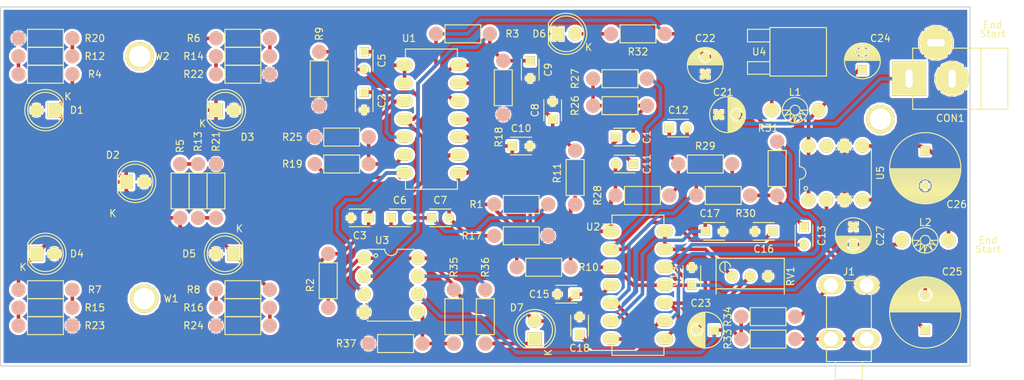
<source format=kicad_pcb>
(kicad_pcb (version 4) (host pcbnew 4.0.3+e1-6302~38~ubuntu14.04.1-stable)
  (layers (0 F.Cu signal) (31 B.Cu signal) (34 B.Paste user) (35 F.Paste user) (36 B.SilkS user) (37 F.SilkS user) (38 B.Mask user) (39 F.Mask user) (44 Edge.Cuts user))
  (net 0 "")
  (net 1 "Net-(C1-Pad1)")
  (net 2 +5V)
  (net 3 GND)
  (net 4 -5V)
  (net 5 "Net-(C7-Pad2)")
  (net 6 "Net-(C8-Pad1)")
  (net 7 "Net-(C11-Pad1)")
  (net 8 "Net-(C23-Pad1)")
  (net 9 "Net-(J1-Pad1)")
  (net 10 "Net-(R1-Pad2)")
  (net 11 "Net-(R12-Pad2)")
  (net 12 "Net-(D1-Pad1)")
  (net 13 "Net-(R13-Pad2)")
  (net 14 "Net-(R14-Pad2)")
  (net 15 "Net-(R15-Pad2)")
  (net 16 "Net-(R16-Pad2)")
  (net 17 "Net-(R12-Pad1)")
  (net 18 "Net-(R13-Pad1)")
  (net 19 "Net-(R14-Pad1)")
  (net 20 "Net-(R15-Pad1)")
  (net 21 "Net-(R16-Pad1)")
  (net 22 "Net-(C21-Pad2)")
  (net 23 "Net-(RV1-Pad1)")
  (net 24 "Net-(J1-Pad2)")
  (net 25 "Net-(C6-Pad1)")
  (net 26 "Net-(C5-Pad1)")
  (net 27 "Net-(C5-Pad2)")
  (net 28 "Net-(C6-Pad2)")
  (net 29 "Net-(C9-Pad1)")
  (net 30 "Net-(C11-Pad2)")
  (net 31 "Net-(C12-Pad1)")
  (net 32 "Net-(C12-Pad2)")
  (net 33 "Net-(C13-Pad1)")
  (net 34 "Net-(C13-Pad2)")
  (net 35 "Net-(C16-Pad1)")
  (net 36 "Net-(C17-Pad1)")
  (net 37 "Net-(D6-Pad2)")
  (net 38 "Net-(D7-Pad1)")
  (net 39 "Net-(R35-Pad1)")
  (net 40 "Net-(C1-Pad2)")
  (net 41 "Net-(C18-Pad1)")
  (net 42 "Net-(C23-Pad2)")
  (net 43 "Net-(C24-Pad1)")
  (net 44 "Net-(C25-Pad1)")
  (net 45 "Net-(C25-Pad2)")
  (net 46 "Net-(C26-Pad1)")
  (net 47 "Net-(R19-Pad1)")
  (net 48 "Net-(R19-Pad2)")
  (net 49 "Net-(R36-Pad2)")
  (module Pin_Headers:Pin_Header_Straight_1x01 (layer F.Cu) (at 99.06 107.315)
    (fp_text reference W1 (at 3.81 0) (layer F.SilkS))
    (fp_text value TEST_1P)
    (pad 1 thru_hole circle (at 0 0) (size 4 4) (drill 3) (layers *.Cu *.Mask F.SilkS))
  )
  (module LEDs:LED-5MM (layer F.Cu) (at 86.36 80.645 180)
    (fp_text reference D1 (at -3.175 0 180) (layer F.SilkS))
    (fp_text value LED)
    (fp_text user K (at -1.905 1.905 180) (layer F.SilkS))
    (pad 1 thru_hole rect (at 0 0 270) (size 2 1.9) (drill 0.1) (layers *.Cu *.Mask F.SilkS) (net 12 "Net-(D1-Pad1)"))
    (pad 2 thru_hole circle (at 2.54 0 180) (size 1.9 1.9) (drill 0.1) (layers *.Cu *.Mask F.SilkS) (net 3 GND))
  )
  (module LEDs:LED-5MM (layer F.Cu) (at 96.52 90.805)
    (fp_text reference D2 (at -1.905 -3.81) (layer F.SilkS))
    (fp_text value LED)
    (fp_text user K (at -1.905 4.445) (layer F.SilkS))
    (pad 1 thru_hole rect (at 0 0 90) (size 2 1.9) (drill 0.1) (layers *.Cu *.Mask F.SilkS) (net 12 "Net-(D1-Pad1)"))
    (pad 2 thru_hole circle (at 2.54 0) (size 1.9 1.9) (drill 0.1) (layers *.Cu *.Mask F.SilkS) (net 3 GND))
  )
  (module LEDs:LED-5MM (layer F.Cu) (at 109.22 80.645)
    (fp_text reference D3 (at 4.445 3.81) (layer F.SilkS))
    (fp_text value LED)
    (fp_text user K (at -1.905 1.905) (layer F.SilkS))
    (pad 1 thru_hole rect (at 0 0 90) (size 2 1.9) (drill 0.1) (layers *.Cu *.Mask F.SilkS) (net 12 "Net-(D1-Pad1)"))
    (pad 2 thru_hole circle (at 2.54 0) (size 1.9 1.9) (drill 0.1) (layers *.Cu *.Mask F.SilkS) (net 3 GND))
  )
  (module LEDs:LED-5MM (layer F.Cu) (at 83.82 100.965)
    (fp_text reference D4 (at 5.715 0) (layer F.SilkS))
    (fp_text value LED)
    (fp_text user K (at -1.905 1.905) (layer F.SilkS))
    (pad 1 thru_hole rect (at 0 0 90) (size 2 1.9) (drill 0.1) (layers *.Cu *.Mask F.SilkS) (net 12 "Net-(D1-Pad1)"))
    (pad 2 thru_hole circle (at 2.54 0) (size 1.9 1.9) (drill 0.1) (layers *.Cu *.Mask F.SilkS) (net 3 GND))
  )
  (module LEDs:LED-5MM (layer F.Cu) (at 111.76 100.965 180)
    (fp_text reference D5 (at 6.35 0 180) (layer F.SilkS))
    (fp_text value LED)
    (fp_text user K (at -0.762 3.556 180) (layer F.SilkS))
    (pad 1 thru_hole rect (at 0 0 270) (size 2 1.9) (drill 0.1) (layers *.Cu *.Mask F.SilkS) (net 12 "Net-(D1-Pad1)"))
    (pad 2 thru_hole circle (at 2.54 0 180) (size 1.9 1.9) (drill 0.1) (layers *.Cu *.Mask F.SilkS) (net 3 GND))
  )
  (module Connect:JACK_ALIM (layer F.Cu) (at 213.36 76.2 180)
    (fp_text reference CON1 (at 0.254 -5.588 180) (layer F.SilkS))
    (fp_text value BARREL_JACK)
    (pad 2 thru_hole circle (at 0 0 180) (size 4.8006 4.8006) (drill oval 1.016 2.54) (layers *.Cu *.Mask F.SilkS) (net 3 GND))
    (pad 1 thru_hole rect (at 6.096 0 180) (size 4.8006 4.8006) (drill oval 1.016 2.54) (layers *.Cu *.Mask F.SilkS) (net 22 "Net-(C21-Pad2)"))
    (pad 3 thru_hole circle (at 2.286 5.08 180) (size 4.8006 4.8006) (drill oval 2.54 1.016) (layers *.Cu *.Mask F.SilkS) (net 3 GND))
  )
  (module labka_footprints:jack_3.5mm_3pins (layer F.Cu) (at 201.93 104.775 180)
    (fp_text reference J1 (at 3.175 1.27 180) (layer F.SilkS))
    (fp_text value JACK_3PINS)
    (pad 2 thru_hole oval (at 5.715 -0.635 180) (size 3.5 2.5) (drill 2) (layers *.Cu *.Mask F.SilkS) (net 24 "Net-(J1-Pad2)"))
    (pad 3 thru_hole oval (at 0.635 -0.635 180) (size 3.5 2.5) (drill 2) (layers *.Cu *.Mask F.SilkS) (net 3 GND))
    (pad 1 thru_hole oval (at 0.635 -8.255 180) (size 3.5 2.5) (drill 2) (layers *.Cu *.Mask F.SilkS) (net 9 "Net-(J1-Pad1)"))
    (pad 1 thru_hole oval (at 5.715 -8.255 180) (size 3.5 2.5) (drill 2) (layers *.Cu *.Mask F.SilkS) (net 9 "Net-(J1-Pad1)"))
  )
  (module Capacitors_ThroughHole:C_Disc_D3_P2.5 (layer F.Cu) (at 165.735 84.455)
    (fp_text reference C1 (at 4.445 0 90) (layer F.SilkS))
    (fp_text value 1.2n)
    (pad 1 thru_hole rect (at 0 0) (size 1.3 1.3) (drill 0.1) (layers *.Cu *.Mask F.SilkS) (net 1 "Net-(C1-Pad1)"))
    (pad 2 thru_hole circle (at 2.5 0) (size 1.3 1.3) (drill 0.1) (layers *.Cu *.Mask F.SilkS) (net 40 "Net-(C1-Pad2)"))
  )
  (module Capacitors_ThroughHole:C_Disc_D3_P2.5 (layer F.Cu) (at 130.175 78.105 270)
    (fp_text reference C2 (at 1.25 -2.5 270) (layer F.SilkS))
    (fp_text value 100n)
    (pad 1 thru_hole rect (at 0 0 270) (size 1.3 1.3) (drill 0.1) (layers *.Cu *.Mask F.SilkS) (net 2 +5V))
    (pad 2 thru_hole circle (at 2.5 0 270) (size 1.3 1.3) (drill 0.1) (layers *.Cu *.Mask F.SilkS) (net 3 GND))
  )
  (module Capacitors_ThroughHole:C_Disc_D3_P2.5 (layer F.Cu) (at 130.81 95.885 180)
    (fp_text reference C3 (at 1.25 -2.5 180) (layer F.SilkS))
    (fp_text value 100n)
    (pad 1 thru_hole rect (at 0 0 180) (size 1.3 1.3) (drill 0.1) (layers *.Cu *.Mask F.SilkS) (net 2 +5V))
    (pad 2 thru_hole circle (at 2.5 0 180) (size 1.3 1.3) (drill 0.1) (layers *.Cu *.Mask F.SilkS) (net 3 GND))
  )
  (module Capacitors_ThroughHole:C_Disc_D3_P2.5 (layer F.Cu) (at 130.175 72.39 270)
    (fp_text reference C5 (at 1.25 -2.5 270) (layer F.SilkS))
    (fp_text value 100n)
    (pad 1 thru_hole rect (at 0 0 270) (size 1.3 1.3) (drill 0.1) (layers *.Cu *.Mask F.SilkS) (net 26 "Net-(C5-Pad1)"))
    (pad 2 thru_hole circle (at 2.5 0 270) (size 1.3 1.3) (drill 0.1) (layers *.Cu *.Mask F.SilkS) (net 27 "Net-(C5-Pad2)"))
  )
  (module Capacitors_ThroughHole:C_Disc_D3_P2.5 (layer F.Cu) (at 133.985 95.885)
    (fp_text reference C6 (at 1.25 -2.5) (layer F.SilkS))
    (fp_text value 470n)
    (pad 1 thru_hole rect (at 0 0) (size 1.3 1.3) (drill 0.1) (layers *.Cu *.Mask F.SilkS) (net 25 "Net-(C6-Pad1)"))
    (pad 2 thru_hole circle (at 2.5 0) (size 1.3 1.3) (drill 0.1) (layers *.Cu *.Mask F.SilkS) (net 28 "Net-(C6-Pad2)"))
  )
  (module Capacitors_ThroughHole:C_Disc_D3_P2.5 (layer F.Cu) (at 139.7 95.885)
    (fp_text reference C7 (at 1.25 -2.5) (layer F.SilkS))
    (fp_text value 220n)
    (pad 1 thru_hole rect (at 0 0) (size 1.3 1.3) (drill 0.1) (layers *.Cu *.Mask F.SilkS) (net 28 "Net-(C6-Pad2)"))
    (pad 2 thru_hole circle (at 2.5 0) (size 1.3 1.3) (drill 0.1) (layers *.Cu *.Mask F.SilkS) (net 5 "Net-(C7-Pad2)"))
  )
  (module Capacitors_ThroughHole:C_Disc_D3_P2.5 (layer F.Cu) (at 156.845 81.915 90)
    (fp_text reference C8 (at 1.25 -2.5 90) (layer F.SilkS))
    (fp_text value 0.56n)
    (pad 1 thru_hole rect (at 0 0 90) (size 1.3 1.3) (drill 0.1) (layers *.Cu *.Mask F.SilkS) (net 6 "Net-(C8-Pad1)"))
    (pad 2 thru_hole circle (at 2.5 0 90) (size 1.3 1.3) (drill 0.1) (layers *.Cu *.Mask F.SilkS) (net 3 GND))
  )
  (module Capacitors_ThroughHole:C_Disc_D3_P2.5 (layer F.Cu) (at 153.67 73.66 270)
    (fp_text reference C9 (at 1.27 -2.54 270) (layer F.SilkS))
    (fp_text value 10n)
    (pad 1 thru_hole rect (at 0 0 270) (size 1.3 1.3) (drill 0.1) (layers *.Cu *.Mask F.SilkS) (net 29 "Net-(C9-Pad1)"))
    (pad 2 thru_hole circle (at 2.5 0 270) (size 1.3 1.3) (drill 0.1) (layers *.Cu *.Mask F.SilkS) (net 3 GND))
  )
  (module Capacitors_ThroughHole:C_Disc_D3_P2.5 (layer F.Cu) (at 151.13 85.725)
    (fp_text reference C10 (at 1.25 -2.5) (layer F.SilkS))
    (fp_text value 100n)
    (pad 1 thru_hole rect (at 0 0) (size 1.3 1.3) (drill 0.1) (layers *.Cu *.Mask F.SilkS) (net 4 -5V))
    (pad 2 thru_hole circle (at 2.5 0) (size 1.3 1.3) (drill 0.1) (layers *.Cu *.Mask F.SilkS) (net 3 GND))
  )
  (module Capacitors_ThroughHole:C_Disc_D3_P2.5 (layer F.Cu) (at 168.275 88.265 180)
    (fp_text reference C11 (at -1.905 0 270) (layer F.SilkS))
    (fp_text value 1.2n)
    (pad 1 thru_hole rect (at 0 0 180) (size 1.3 1.3) (drill 0.1) (layers *.Cu *.Mask F.SilkS) (net 7 "Net-(C11-Pad1)"))
    (pad 2 thru_hole circle (at 2.5 0 180) (size 1.3 1.3) (drill 0.1) (layers *.Cu *.Mask F.SilkS) (net 30 "Net-(C11-Pad2)"))
  )
  (module Capacitors_ThroughHole:C_Disc_D3_P2.5 (layer F.Cu) (at 173.355 83.185)
    (fp_text reference C12 (at 1.27 -2.54 180) (layer F.SilkS))
    (fp_text value 1.2n)
    (pad 1 thru_hole rect (at 0 0) (size 1.3 1.3) (drill 0.1) (layers *.Cu *.Mask F.SilkS) (net 31 "Net-(C12-Pad1)"))
    (pad 2 thru_hole circle (at 2.5 0) (size 1.3 1.3) (drill 0.1) (layers *.Cu *.Mask F.SilkS) (net 32 "Net-(C12-Pad2)"))
  )
  (module Capacitors_ThroughHole:C_Disc_D3_P2.5 (layer F.Cu) (at 192.405 97.155 270)
    (fp_text reference C13 (at 1.25 -2.5 270) (layer F.SilkS))
    (fp_text value 1.2n)
    (pad 1 thru_hole rect (at 0 0 270) (size 1.3 1.3) (drill 0.1) (layers *.Cu *.Mask F.SilkS) (net 33 "Net-(C13-Pad1)"))
    (pad 2 thru_hole circle (at 2.5 0 270) (size 1.3 1.3) (drill 0.1) (layers *.Cu *.Mask F.SilkS) (net 34 "Net-(C13-Pad2)"))
  )
  (module Capacitors_ThroughHole:C_Disc_D3_P2.5 (layer F.Cu) (at 160.02 106.68 180)
    (fp_text reference C15 (at 5.08 0 180) (layer F.SilkS))
    (fp_text value 100n)
    (pad 1 thru_hole rect (at 0 0 180) (size 1.3 1.3) (drill 0.1) (layers *.Cu *.Mask F.SilkS) (net 2 +5V))
    (pad 2 thru_hole circle (at 2.5 0 180) (size 1.3 1.3) (drill 0.1) (layers *.Cu *.Mask F.SilkS) (net 3 GND))
  )
  (module Capacitors_ThroughHole:C_Disc_D3_P2.5 (layer F.Cu) (at 187.96 97.79 180)
    (fp_text reference C16 (at 1.25 -2.5 180) (layer F.SilkS))
    (fp_text value 0.56n)
    (pad 1 thru_hole rect (at 0 0 180) (size 1.3 1.3) (drill 0.1) (layers *.Cu *.Mask F.SilkS) (net 35 "Net-(C16-Pad1)"))
    (pad 2 thru_hole circle (at 2.5 0 180) (size 1.3 1.3) (drill 0.1) (layers *.Cu *.Mask F.SilkS) (net 3 GND))
  )
  (module Capacitors_ThroughHole:C_Disc_D3_P2.5 (layer F.Cu) (at 178.435 97.79)
    (fp_text reference C17 (at 0.635 -2.54) (layer F.SilkS))
    (fp_text value 0.56n)
    (pad 1 thru_hole rect (at 0 0) (size 1.3 1.3) (drill 0.1) (layers *.Cu *.Mask F.SilkS) (net 36 "Net-(C17-Pad1)"))
    (pad 2 thru_hole circle (at 2.5 0) (size 1.3 1.3) (drill 0.1) (layers *.Cu *.Mask F.SilkS) (net 3 GND))
  )
  (module Capacitors_ThroughHole:C_Disc_D3_P2.5 (layer F.Cu) (at 160.655 112.395 90)
    (fp_text reference C18 (at -1.905 0 180) (layer F.SilkS))
    (fp_text value 0.56n)
    (pad 1 thru_hole rect (at 0 0 90) (size 1.3 1.3) (drill 0.1) (layers *.Cu *.Mask F.SilkS) (net 41 "Net-(C18-Pad1)"))
    (pad 2 thru_hole circle (at 2.5 0 90) (size 1.3 1.3) (drill 0.1) (layers *.Cu *.Mask F.SilkS) (net 3 GND))
  )
  (module LEDs:LED-5MM (layer F.Cu) (at 157.48 69.85)
    (fp_text reference D6 (at -2.54 0) (layer F.SilkS))
    (fp_text value LED)
    (fp_text user K (at 4.445 1.905) (layer F.SilkS))
    (pad 1 thru_hole rect (at 0 0 90) (size 2 1.9) (drill 0.1) (layers *.Cu *.Mask F.SilkS) (net 3 GND))
    (pad 2 thru_hole circle (at 2.54 0) (size 1.9 1.9) (drill 0.1) (layers *.Cu *.Mask F.SilkS) (net 37 "Net-(D6-Pad2)"))
  )
  (module LEDs:LED-5MM (layer F.Cu) (at 154.305 113.03 90)
    (fp_text reference D7 (at 4.445 -2.54 180) (layer F.SilkS))
    (fp_text value LED)
    (fp_text user K (at -1.905 1.905 90) (layer F.SilkS))
    (pad 1 thru_hole rect (at 0 0 180) (size 2 1.9) (drill 0.1) (layers *.Cu *.Mask F.SilkS) (net 38 "Net-(D7-Pad1)"))
    (pad 2 thru_hole circle (at 2.54 0 90) (size 1.9 1.9) (drill 0.1) (layers *.Cu *.Mask F.SilkS) (net 2 +5V))
  )
  (module Choke_Toroid_ThroughHole:Choke_Toroid_horizontal_Diameter3-5mm_Amidon-T12 (layer F.Cu) (at 191.135 80.645)
    (fp_text reference L1 (at 0 -2.54) (layer F.SilkS))
    (fp_text value 10uH)
    (fp_text user End (at 27.94 -12.065) (layer F.SilkS))
    (fp_text user Start (at 27.94 -10.795) (layer F.SilkS))
    (pad 1 thru_hole circle (at -3.29946 0) (size 1.99898 1.99898) (drill 0.1) (layers *.Cu *.Mask F.SilkS) (net 2 +5V))
    (pad 2 thru_hole circle (at 3.29946 0) (size 1.99898 1.99898) (drill 0.1) (layers *.Cu *.Mask F.SilkS) (net 43 "Net-(C24-Pad1)"))
  )
  (module Choke_Toroid_ThroughHole:Choke_Toroid_horizontal_Diameter3-5mm_Amidon-T12 (layer F.Cu) (at 209.55 99.06)
    (fp_text reference L2 (at 0 -2.54) (layer F.SilkS))
    (fp_text value 10uH)
    (fp_text user End (at 8.89 0) (layer F.SilkS))
    (fp_text user Start (at 8.89 1.27) (layer F.SilkS))
    (pad 1 thru_hole circle (at -3.29946 0) (size 1.99898 1.99898) (drill 0.1) (layers *.Cu *.Mask F.SilkS) (net 4 -5V))
    (pad 2 thru_hole circle (at 3.29946 0) (size 1.99898 1.99898) (drill 0.1) (layers *.Cu *.Mask F.SilkS) (net 46 "Net-(C26-Pad1)"))
  )
  (module Resistors_ThroughHole:Resistor_Horizontal_RM7mm (layer F.Cu) (at 156.21 93.98 180)
    (fp_text reference R1 (at 10.16 0 180) (layer F.SilkS))
    (fp_text value 27k)
    (pad 1 thru_hole circle (at 0 0 180) (size 1.99898 1.99898) (drill 0.1) (layers *.Cu *.SilkS *.Mask) (net 28 "Net-(C6-Pad2)"))
    (pad 2 thru_hole circle (at 7.62 0 180) (size 1.99898 1.99898) (drill 0.1) (layers *.Cu *.SilkS *.Mask) (net 10 "Net-(R1-Pad2)"))
  )
  (module Resistors_ThroughHole:Resistor_Horizontal_RM7mm (layer F.Cu) (at 125.095 108.585 90)
    (fp_text reference R2 (at 3.175 -2.54 90) (layer F.SilkS))
    (fp_text value 1k)
    (pad 1 thru_hole circle (at 0 0 90) (size 1.99898 1.99898) (drill 0.1) (layers *.Cu *.SilkS *.Mask) (net 25 "Net-(C6-Pad1)"))
    (pad 2 thru_hole circle (at 7.62 0 90) (size 1.99898 1.99898) (drill 0.1) (layers *.Cu *.SilkS *.Mask) (net 2 +5V))
  )
  (module Resistors_ThroughHole:Resistor_Horizontal_RM7mm (layer F.Cu) (at 147.955 69.85 180)
    (fp_text reference R3 (at -3.175 0 180) (layer F.SilkS))
    (fp_text value 3k3)
    (pad 1 thru_hole circle (at 0 0 180) (size 1.99898 1.99898) (drill 0.1) (layers *.Cu *.SilkS *.Mask) (net 29 "Net-(C9-Pad1)"))
    (pad 2 thru_hole circle (at 7.62 0 180) (size 1.99898 1.99898) (drill 0.1) (layers *.Cu *.SilkS *.Mask) (net 2 +5V))
  )
  (module Resistors_ThroughHole:Resistor_Horizontal_RM7mm (layer F.Cu) (at 81.28 75.565)
    (fp_text reference R4 (at 10.795 0) (layer F.SilkS))
    (fp_text value 2M)
    (pad 1 thru_hole circle (at 0 0) (size 1.99898 1.99898) (drill 0.1) (layers *.Cu *.SilkS *.Mask) (net 11 "Net-(R12-Pad2)"))
    (pad 2 thru_hole circle (at 7.62 0) (size 1.99898 1.99898) (drill 0.1) (layers *.Cu *.SilkS *.Mask) (net 12 "Net-(D1-Pad1)"))
  )
  (module Resistors_ThroughHole:Resistor_Horizontal_RM7mm (layer F.Cu) (at 104.14 88.265 270)
    (fp_text reference R5 (at -2.54 0 270) (layer F.SilkS))
    (fp_text value 2M)
    (pad 1 thru_hole circle (at 0 0 270) (size 1.99898 1.99898) (drill 0.1) (layers *.Cu *.SilkS *.Mask) (net 13 "Net-(R13-Pad2)"))
    (pad 2 thru_hole circle (at 7.62 0 270) (size 1.99898 1.99898) (drill 0.1) (layers *.Cu *.SilkS *.Mask) (net 12 "Net-(D1-Pad1)"))
  )
  (module Resistors_ThroughHole:Resistor_Horizontal_RM7mm (layer F.Cu) (at 116.84 70.485 180)
    (fp_text reference R6 (at 10.795 0 180) (layer F.SilkS))
    (fp_text value 2M)
    (pad 1 thru_hole circle (at 0 0 180) (size 1.99898 1.99898) (drill 0.1) (layers *.Cu *.SilkS *.Mask) (net 14 "Net-(R14-Pad2)"))
    (pad 2 thru_hole circle (at 7.62 0 180) (size 1.99898 1.99898) (drill 0.1) (layers *.Cu *.SilkS *.Mask) (net 12 "Net-(D1-Pad1)"))
  )
  (module Resistors_ThroughHole:Resistor_Horizontal_RM7mm (layer F.Cu) (at 88.9 106.045 180)
    (fp_text reference R7 (at -3.175 0 180) (layer F.SilkS))
    (fp_text value 2M)
    (pad 1 thru_hole circle (at 0 0 180) (size 1.99898 1.99898) (drill 0.1) (layers *.Cu *.SilkS *.Mask) (net 15 "Net-(R15-Pad2)"))
    (pad 2 thru_hole circle (at 7.62 0 180) (size 1.99898 1.99898) (drill 0.1) (layers *.Cu *.SilkS *.Mask) (net 12 "Net-(D1-Pad1)"))
  )
  (module Resistors_ThroughHole:Resistor_Horizontal_RM7mm (layer F.Cu) (at 109.22 106.045)
    (fp_text reference R8 (at -3.175 0) (layer F.SilkS))
    (fp_text value 2M)
    (pad 1 thru_hole circle (at 0 0) (size 1.99898 1.99898) (drill 0.1) (layers *.Cu *.SilkS *.Mask) (net 16 "Net-(R16-Pad2)"))
    (pad 2 thru_hole circle (at 7.62 0) (size 1.99898 1.99898) (drill 0.1) (layers *.Cu *.SilkS *.Mask) (net 12 "Net-(D1-Pad1)"))
  )
  (module Resistors_ThroughHole:Resistor_Horizontal_RM7mm (layer F.Cu) (at 123.825 80.01 90)
    (fp_text reference R9 (at 10.16 0 90) (layer F.SilkS))
    (fp_text value 100k)
    (pad 1 thru_hole circle (at 0 0 90) (size 1.99898 1.99898) (drill 0.1) (layers *.Cu *.SilkS *.Mask) (net 3 GND))
    (pad 2 thru_hole circle (at 7.62 0 90) (size 1.99898 1.99898) (drill 0.1) (layers *.Cu *.SilkS *.Mask) (net 27 "Net-(C5-Pad2)"))
  )
  (module Resistors_ThroughHole:Resistor_Horizontal_RM7mm (layer F.Cu) (at 159.385 102.87 180)
    (fp_text reference R10 (at -2.54 0 180) (layer F.SilkS))
    (fp_text value 10k)
    (pad 1 thru_hole circle (at 0 0 180) (size 1.99898 1.99898) (drill 0.1) (layers *.Cu *.SilkS *.Mask) (net 1 "Net-(C1-Pad1)"))
    (pad 2 thru_hole circle (at 7.62 0 180) (size 1.99898 1.99898) (drill 0.1) (layers *.Cu *.SilkS *.Mask) (net 10 "Net-(R1-Pad2)"))
  )
  (module Resistors_ThroughHole:Resistor_Horizontal_RM7mm (layer F.Cu) (at 160.02 86.36 270)
    (fp_text reference R11 (at 3.175 2.54 270) (layer F.SilkS))
    (fp_text value 10k)
    (pad 1 thru_hole circle (at 0 0 270) (size 1.99898 1.99898) (drill 0.1) (layers *.Cu *.SilkS *.Mask) (net 6 "Net-(C8-Pad1)"))
    (pad 2 thru_hole circle (at 7.62 0 270) (size 1.99898 1.99898) (drill 0.1) (layers *.Cu *.SilkS *.Mask) (net 1 "Net-(C1-Pad1)"))
  )
  (module Resistors_ThroughHole:Resistor_Horizontal_RM7mm (layer F.Cu) (at 88.9 73.025 180)
    (fp_text reference R12 (at -3.175 0 180) (layer F.SilkS))
    (fp_text value 2M)
    (pad 1 thru_hole circle (at 0 0 180) (size 1.99898 1.99898) (drill 0.1) (layers *.Cu *.SilkS *.Mask) (net 17 "Net-(R12-Pad1)"))
    (pad 2 thru_hole circle (at 7.62 0 180) (size 1.99898 1.99898) (drill 0.1) (layers *.Cu *.SilkS *.Mask) (net 11 "Net-(R12-Pad2)"))
  )
  (module Resistors_ThroughHole:Resistor_Horizontal_RM7mm (layer F.Cu) (at 106.68 95.885 90)
    (fp_text reference R13 (at 10.795 0 90) (layer F.SilkS))
    (fp_text value 2M)
    (pad 1 thru_hole circle (at 0 0 90) (size 1.99898 1.99898) (drill 0.1) (layers *.Cu *.SilkS *.Mask) (net 18 "Net-(R13-Pad1)"))
    (pad 2 thru_hole circle (at 7.62 0 90) (size 1.99898 1.99898) (drill 0.1) (layers *.Cu *.SilkS *.Mask) (net 13 "Net-(R13-Pad2)"))
  )
  (module Resistors_ThroughHole:Resistor_Horizontal_RM7mm (layer F.Cu) (at 109.22 73.025)
    (fp_text reference R14 (at -3.175 0) (layer F.SilkS))
    (fp_text value 2M)
    (pad 1 thru_hole circle (at 0 0) (size 1.99898 1.99898) (drill 0.1) (layers *.Cu *.SilkS *.Mask) (net 19 "Net-(R14-Pad1)"))
    (pad 2 thru_hole circle (at 7.62 0) (size 1.99898 1.99898) (drill 0.1) (layers *.Cu *.SilkS *.Mask) (net 14 "Net-(R14-Pad2)"))
  )
  (module Resistors_ThroughHole:Resistor_Horizontal_RM7mm (layer F.Cu) (at 81.28 108.585)
    (fp_text reference R15 (at 10.795 0) (layer F.SilkS))
    (fp_text value 2M)
    (pad 1 thru_hole circle (at 0 0) (size 1.99898 1.99898) (drill 0.1) (layers *.Cu *.SilkS *.Mask) (net 20 "Net-(R15-Pad1)"))
    (pad 2 thru_hole circle (at 7.62 0) (size 1.99898 1.99898) (drill 0.1) (layers *.Cu *.SilkS *.Mask) (net 15 "Net-(R15-Pad2)"))
  )
  (module Resistors_ThroughHole:Resistor_Horizontal_RM7mm (layer F.Cu) (at 116.84 108.585 180)
    (fp_text reference R16 (at 10.795 0 180) (layer F.SilkS))
    (fp_text value 2M)
    (pad 1 thru_hole circle (at 0 0 180) (size 1.99898 1.99898) (drill 0.1) (layers *.Cu *.SilkS *.Mask) (net 21 "Net-(R16-Pad1)"))
    (pad 2 thru_hole circle (at 7.62 0 180) (size 1.99898 1.99898) (drill 0.1) (layers *.Cu *.SilkS *.Mask) (net 16 "Net-(R16-Pad2)"))
  )
  (module Resistors_ThroughHole:Resistor_Horizontal_RM7mm (layer F.Cu) (at 156.21 98.425 180)
    (fp_text reference R17 (at 10.795 0 180) (layer F.SilkS))
    (fp_text value 27k)
    (pad 1 thru_hole circle (at 0 0 180) (size 1.99898 1.99898) (drill 0.1) (layers *.Cu *.SilkS *.Mask) (net 3 GND))
    (pad 2 thru_hole circle (at 7.62 0 180) (size 1.99898 1.99898) (drill 0.1) (layers *.Cu *.SilkS *.Mask) (net 5 "Net-(C7-Pad2)"))
  )
  (module Resistors_ThroughHole:Resistor_Horizontal_RM7mm (layer F.Cu) (at 149.86 81.28 90)
    (fp_text reference R18 (at -3.175 -0.635 90) (layer F.SilkS))
    (fp_text value 3k3)
    (pad 1 thru_hole circle (at 0 0 90) (size 1.99898 1.99898) (drill 0.1) (layers *.Cu *.SilkS *.Mask) (net 3 GND))
    (pad 2 thru_hole circle (at 7.62 0 90) (size 1.99898 1.99898) (drill 0.1) (layers *.Cu *.SilkS *.Mask) (net 29 "Net-(C9-Pad1)"))
  )
  (module Resistors_ThroughHole:Resistor_Horizontal_RM7mm (layer F.Cu) (at 130.81 88.265 180)
    (fp_text reference R19 (at 10.795 0 180) (layer F.SilkS))
    (fp_text value 100k)
    (pad 1 thru_hole circle (at 0 0 180) (size 1.99898 1.99898) (drill 0.1) (layers *.Cu *.SilkS *.Mask) (net 47 "Net-(R19-Pad1)"))
    (pad 2 thru_hole circle (at 7.62 0 180) (size 1.99898 1.99898) (drill 0.1) (layers *.Cu *.SilkS *.Mask) (net 48 "Net-(R19-Pad2)"))
  )
  (module Resistors_ThroughHole:Resistor_Horizontal_RM7mm (layer F.Cu) (at 81.28 70.485)
    (fp_text reference R20 (at 10.795 0) (layer F.SilkS))
    (fp_text value 2M)
    (pad 1 thru_hole circle (at 0 0) (size 1.99898 1.99898) (drill 0.1) (layers *.Cu *.SilkS *.Mask) (net 3 GND))
    (pad 2 thru_hole circle (at 7.62 0) (size 1.99898 1.99898) (drill 0.1) (layers *.Cu *.SilkS *.Mask) (net 17 "Net-(R12-Pad1)"))
  )
  (module Resistors_ThroughHole:Resistor_Horizontal_RM7mm (layer F.Cu) (at 109.22 88.265 270)
    (fp_text reference R21 (at -3.175 0 270) (layer F.SilkS))
    (fp_text value 2M)
    (pad 1 thru_hole circle (at 0 0 270) (size 1.99898 1.99898) (drill 0.1) (layers *.Cu *.SilkS *.Mask) (net 3 GND))
    (pad 2 thru_hole circle (at 7.62 0 270) (size 1.99898 1.99898) (drill 0.1) (layers *.Cu *.SilkS *.Mask) (net 18 "Net-(R13-Pad1)"))
  )
  (module Resistors_ThroughHole:Resistor_Horizontal_RM7mm (layer F.Cu) (at 116.84 75.565 180)
    (fp_text reference R22 (at 10.795 0 180) (layer F.SilkS))
    (fp_text value 2M)
    (pad 1 thru_hole circle (at 0 0 180) (size 1.99898 1.99898) (drill 0.1) (layers *.Cu *.SilkS *.Mask) (net 3 GND))
    (pad 2 thru_hole circle (at 7.62 0 180) (size 1.99898 1.99898) (drill 0.1) (layers *.Cu *.SilkS *.Mask) (net 19 "Net-(R14-Pad1)"))
  )
  (module Resistors_ThroughHole:Resistor_Horizontal_RM7mm (layer F.Cu) (at 88.9 111.125 180)
    (fp_text reference R23 (at -3.175 0 180) (layer F.SilkS))
    (fp_text value 2M)
    (pad 1 thru_hole circle (at 0 0 180) (size 1.99898 1.99898) (drill 0.1) (layers *.Cu *.SilkS *.Mask) (net 3 GND))
    (pad 2 thru_hole circle (at 7.62 0 180) (size 1.99898 1.99898) (drill 0.1) (layers *.Cu *.SilkS *.Mask) (net 20 "Net-(R15-Pad1)"))
  )
  (module Resistors_ThroughHole:Resistor_Horizontal_RM7mm (layer F.Cu) (at 109.22 111.125)
    (fp_text reference R24 (at -3.175 0) (layer F.SilkS))
    (fp_text value 2M)
    (pad 1 thru_hole circle (at 0 0) (size 1.99898 1.99898) (drill 0.1) (layers *.Cu *.SilkS *.Mask) (net 3 GND))
    (pad 2 thru_hole circle (at 7.62 0) (size 1.99898 1.99898) (drill 0.1) (layers *.Cu *.SilkS *.Mask) (net 21 "Net-(R16-Pad1)"))
  )
  (module Resistors_ThroughHole:Resistor_Horizontal_RM7mm (layer F.Cu) (at 123.19 84.455)
    (fp_text reference R25 (at -3.175 0) (layer F.SilkS))
    (fp_text value 5k6)
    (pad 1 thru_hole circle (at 0 0) (size 1.99898 1.99898) (drill 0.1) (layers *.Cu *.SilkS *.Mask) (net 3 GND))
    (pad 2 thru_hole circle (at 7.62 0) (size 1.99898 1.99898) (drill 0.1) (layers *.Cu *.SilkS *.Mask) (net 47 "Net-(R19-Pad1)"))
  )
  (module Resistors_ThroughHole:Resistor_Horizontal_RM7mm (layer F.Cu) (at 162.56 80.01)
    (fp_text reference R26 (at -2.54 0 90) (layer F.SilkS))
    (fp_text value 10k)
    (pad 1 thru_hole circle (at 0 0) (size 1.99898 1.99898) (drill 0.1) (layers *.Cu *.SilkS *.Mask) (net 7 "Net-(C11-Pad1)"))
    (pad 2 thru_hole circle (at 7.62 0) (size 1.99898 1.99898) (drill 0.1) (layers *.Cu *.SilkS *.Mask) (net 40 "Net-(C1-Pad2)"))
  )
  (module Resistors_ThroughHole:Resistor_Horizontal_RM7mm (layer F.Cu) (at 170.18 76.2 180)
    (fp_text reference R27 (at 10.16 0 270) (layer F.SilkS))
    (fp_text value 10k)
    (pad 1 thru_hole circle (at 0 0 180) (size 1.99898 1.99898) (drill 0.1) (layers *.Cu *.SilkS *.Mask) (net 35 "Net-(C16-Pad1)"))
    (pad 2 thru_hole circle (at 7.62 0 180) (size 1.99898 1.99898) (drill 0.1) (layers *.Cu *.SilkS *.Mask) (net 7 "Net-(C11-Pad1)"))
  )
  (module Resistors_ThroughHole:Resistor_Horizontal_RM7mm (layer F.Cu) (at 173.355 92.71 180)
    (fp_text reference R28 (at 10.16 0 270) (layer F.SilkS))
    (fp_text value 10k)
    (pad 1 thru_hole circle (at 0 0 180) (size 1.99898 1.99898) (drill 0.1) (layers *.Cu *.SilkS *.Mask) (net 31 "Net-(C12-Pad1)"))
    (pad 2 thru_hole circle (at 7.62 0 180) (size 1.99898 1.99898) (drill 0.1) (layers *.Cu *.SilkS *.Mask) (net 30 "Net-(C11-Pad2)"))
  )
  (module Resistors_ThroughHole:Resistor_Horizontal_RM7mm (layer F.Cu) (at 182.245 88.265 180)
    (fp_text reference R29 (at 3.81 2.54 180) (layer F.SilkS))
    (fp_text value 10k)
    (pad 1 thru_hole circle (at 0 0 180) (size 1.99898 1.99898) (drill 0.1) (layers *.Cu *.SilkS *.Mask) (net 36 "Net-(C17-Pad1)"))
    (pad 2 thru_hole circle (at 7.62 0 180) (size 1.99898 1.99898) (drill 0.1) (layers *.Cu *.SilkS *.Mask) (net 31 "Net-(C12-Pad1)"))
  )
  (module Resistors_ThroughHole:Resistor_Horizontal_RM7mm (layer F.Cu) (at 184.785 92.71 180)
    (fp_text reference R30 (at 0.635 -2.54 180) (layer F.SilkS))
    (fp_text value 10k)
    (pad 1 thru_hole circle (at 0 0 180) (size 1.99898 1.99898) (drill 0.1) (layers *.Cu *.SilkS *.Mask) (net 33 "Net-(C13-Pad1)"))
    (pad 2 thru_hole circle (at 7.62 0 180) (size 1.99898 1.99898) (drill 0.1) (layers *.Cu *.SilkS *.Mask) (net 32 "Net-(C12-Pad2)"))
  )
  (module Resistors_ThroughHole:Resistor_Horizontal_RM7mm (layer F.Cu) (at 188.595 85.09 270)
    (fp_text reference R31 (at -1.905 1.27 360) (layer F.SilkS))
    (fp_text value 10k)
    (pad 1 thru_hole circle (at 0 0 270) (size 1.99898 1.99898) (drill 0.1) (layers *.Cu *.SilkS *.Mask) (net 41 "Net-(C18-Pad1)"))
    (pad 2 thru_hole circle (at 7.62 0 270) (size 1.99898 1.99898) (drill 0.1) (layers *.Cu *.SilkS *.Mask) (net 33 "Net-(C13-Pad1)"))
  )
  (module Resistors_ThroughHole:Resistor_Horizontal_RM7mm (layer F.Cu) (at 165.1 69.85)
    (fp_text reference R32 (at 3.81 2.54) (layer F.SilkS))
    (fp_text value 220R)
    (pad 1 thru_hole circle (at 0 0) (size 1.99898 1.99898) (drill 0.1) (layers *.Cu *.SilkS *.Mask) (net 37 "Net-(D6-Pad2)"))
    (pad 2 thru_hole circle (at 7.62 0) (size 1.99898 1.99898) (drill 0.1) (layers *.Cu *.SilkS *.Mask) (net 2 +5V))
  )
  (module Resistors_ThroughHole:Resistor_Horizontal_RM7mm (layer F.Cu) (at 183.515 113.03)
    (fp_text reference R33 (at -1.905 0 90) (layer F.SilkS))
    (fp_text value R)
    (pad 1 thru_hole circle (at 0 0) (size 1.99898 1.99898) (drill 0.1) (layers *.Cu *.SilkS *.Mask) (net 8 "Net-(C23-Pad1)"))
    (pad 2 thru_hole circle (at 7.62 0) (size 1.99898 1.99898) (drill 0.1) (layers *.Cu *.SilkS *.Mask) (net 9 "Net-(J1-Pad1)"))
  )
  (module Resistors_ThroughHole:Resistor_Horizontal_RM7mm (layer F.Cu) (at 183.515 109.855)
    (fp_text reference R34 (at -1.905 0 90) (layer F.SilkS))
    (fp_text value R)
    (pad 1 thru_hole circle (at 0 0) (size 1.99898 1.99898) (drill 0.1) (layers *.Cu *.SilkS *.Mask) (net 8 "Net-(C23-Pad1)"))
    (pad 2 thru_hole circle (at 7.62 0) (size 1.99898 1.99898) (drill 0.1) (layers *.Cu *.SilkS *.Mask) (net 24 "Net-(J1-Pad2)"))
  )
  (module Resistors_ThroughHole:Resistor_Horizontal_RM7mm (layer F.Cu) (at 142.875 113.665 90)
    (fp_text reference R35 (at 10.795 0 90) (layer F.SilkS))
    (fp_text value R)
    (pad 1 thru_hole circle (at 0 0 90) (size 1.99898 1.99898) (drill 0.1) (layers *.Cu *.SilkS *.Mask) (net 39 "Net-(R35-Pad1)"))
    (pad 2 thru_hole circle (at 7.62 0 90) (size 1.99898 1.99898) (drill 0.1) (layers *.Cu *.SilkS *.Mask) (net 2 +5V))
  )
  (module Resistors_ThroughHole:Resistor_Horizontal_RM7mm (layer F.Cu) (at 130.81 113.665)
    (fp_text reference R37 (at -3.175 0) (layer F.SilkS))
    (fp_text value R)
    (pad 1 thru_hole circle (at 0 0) (size 1.99898 1.99898) (drill 0.1) (layers *.Cu *.SilkS *.Mask) (net 3 GND))
    (pad 2 thru_hole circle (at 7.62 0) (size 1.99898 1.99898) (drill 0.1) (layers *.Cu *.SilkS *.Mask) (net 39 "Net-(R35-Pad1)"))
  )
  (module Potentiometers:Potentiometer_Bourns_3296W_3-8Zoll_Inline_ScrewUp (layer F.Cu) (at 182.245 104.14 270)
    (fp_text reference RV1 (at 0 -8.255 270) (layer F.SilkS))
    (fp_text value 5k)
    (pad 2 thru_hole circle (at 0 -2.54 270) (size 1.524 1.524) (drill 0.1) (layers *.Cu *.Mask F.SilkS) (net 42 "Net-(C23-Pad2)"))
    (pad 3 thru_hole circle (at 0 -5.08 270) (size 1.524 1.524) (drill 0.1) (layers *.Cu *.Mask F.SilkS) (net 3 GND))
    (pad 1 thru_hole circle (at 0 0 270) (size 1.524 1.524) (drill 0.1) (layers *.Cu *.Mask F.SilkS) (net 23 "Net-(RV1-Pad1)"))
  )
  (module Power_Integrations:PDIP-8 (layer F.Cu) (at 133.985 105.41 270)
    (fp_text reference U3 (at -6.35 1.27 360) (layer F.SilkS))
    (fp_text value LM393)
    (pad 1 thru_hole circle (at -3.81 3.81 270) (size 1.905 1.905) (drill 0.1) (layers *.Cu *.Mask F.SilkS) (net 25 "Net-(C6-Pad1)"))
    (pad 2 thru_hole circle (at -1.27 3.81 270) (size 1.905 1.905) (drill 0.1) (layers *.Cu *.Mask F.SilkS) (net 29 "Net-(C9-Pad1)"))
    (pad 3 thru_hole circle (at 1.27 3.81 270) (size 1.905 1.905) (drill 0.1) (layers *.Cu *.Mask F.SilkS) (net 48 "Net-(R19-Pad2)"))
    (pad 4 thru_hole circle (at 3.81 3.81 270) (size 1.905 1.905) (drill 0.1) (layers *.Cu *.Mask F.SilkS) (net 3 GND))
    (pad 5 thru_hole circle (at 3.81 -3.81 270) (size 1.905 1.905) (drill 0.1) (layers *.Cu *.Mask F.SilkS) (net 39 "Net-(R35-Pad1)"))
    (pad 6 thru_hole circle (at 1.27 -3.81 270) (size 1.905 1.905) (drill 0.1) (layers *.Cu *.Mask F.SilkS) (net 8 "Net-(C23-Pad1)"))
    (pad 7 thru_hole circle (at -1.27 -3.81 270) (size 1.905 1.905) (drill 0.1) (layers *.Cu *.Mask F.SilkS) (net 49 "Net-(R36-Pad2)"))
    (pad 8 thru_hole circle (at -3.81 -3.81 270) (size 1.905 1.905) (drill 0.1) (layers *.Cu *.Mask F.SilkS) (net 2 +5V))
  )
  (module Power_Integrations:PDIP-8 (layer F.Cu) (at 196.85 89.535)
    (fp_text reference U5 (at 6.35 0 90) (layer F.SilkS))
    (fp_text value CAT661)
    (pad 1 thru_hole circle (at -3.81 3.81) (size 1.905 1.905) (drill 0.1) (layers *.Cu *.Mask F.SilkS) (net 43 "Net-(C24-Pad1)"))
    (pad 2 thru_hole circle (at -1.27 3.81) (size 1.905 1.905) (drill 0.1) (layers *.Cu *.Mask F.SilkS) (net 44 "Net-(C25-Pad1)"))
    (pad 3 thru_hole circle (at 1.27 3.81) (size 1.905 1.905) (drill 0.1) (layers *.Cu *.Mask F.SilkS) (net 3 GND))
    (pad 4 thru_hole circle (at 3.81 3.81) (size 1.905 1.905) (drill 0.1) (layers *.Cu *.Mask F.SilkS) (net 45 "Net-(C25-Pad2)"))
    (pad 5 thru_hole circle (at 3.81 -3.81) (size 1.905 1.905) (drill 0.1) (layers *.Cu *.Mask F.SilkS) (net 46 "Net-(C26-Pad1)"))
    (pad 6 thru_hole circle (at 1.27 -3.81) (size 1.905 1.905) (drill 0.1) (layers *.Cu *.Mask F.SilkS) (net 3 GND))
    (pad 7 thru_hole circle (at -1.27 -3.81) (size 1.905 1.905) (drill 0.1) (layers *.Cu *.Mask F.SilkS))
    (pad 8 thru_hole circle (at -3.81 -3.81) (size 1.905 1.905) (drill 0.1) (layers *.Cu *.Mask F.SilkS) (net 43 "Net-(C24-Pad1)"))
  )
  (module Capacitors_ThroughHole:C_Radial_D5_L11_P2.5 (layer F.Cu) (at 180.34 81.28)
    (fp_text reference C21 (at 0.635 -3.175 180) (layer F.SilkS))
    (fp_text value 4,7u)
    (pad 1 thru_hole rect (at 0 0) (size 1.3 1.3) (drill 0.1) (layers *.Cu *.Mask F.SilkS) (net 3 GND))
    (pad 2 thru_hole circle (at 2.5 0) (size 1.3 1.3) (drill 0.1) (layers *.Cu *.Mask F.SilkS) (net 22 "Net-(C21-Pad2)"))
  )
  (module Capacitors_ThroughHole:C_Disc_D3_P2.5 (layer F.Cu) (at 176.53 105.41 90)
    (fp_text reference C19 (at 1.25 -2.5 90) (layer F.SilkS))
    (fp_text value 100n)
    (pad 1 thru_hole rect (at 0 0 90) (size 1.3 1.3) (drill 0.1) (layers *.Cu *.Mask F.SilkS) (net 4 -5V))
    (pad 2 thru_hole circle (at 2.5 0 90) (size 1.3 1.3) (drill 0.1) (layers *.Cu *.Mask F.SilkS) (net 3 GND))
  )
  (module Capacitors_ThroughHole:C_Radial_D5_L11_P2.5 (layer F.Cu) (at 178.435 75.565 90)
    (fp_text reference C22 (at 5.08 0 180) (layer F.SilkS))
    (fp_text value 47u)
    (pad 1 thru_hole rect (at 0 0 90) (size 1.3 1.3) (drill 0.1) (layers *.Cu *.Mask F.SilkS) (net 3 GND))
    (pad 2 thru_hole circle (at 2.5 0 90) (size 1.3 1.3) (drill 0.1) (layers *.Cu *.Mask F.SilkS) (net 2 +5V))
  )
  (module Capacitors_ThroughHole:C_Radial_D5_L11_P2.5 (layer F.Cu) (at 179.705 111.76 180)
    (fp_text reference C23 (at 1.905 3.81 180) (layer F.SilkS))
    (fp_text value 1u)
    (pad 1 thru_hole rect (at 0 0 180) (size 1.3 1.3) (drill 0.1) (layers *.Cu *.Mask F.SilkS) (net 8 "Net-(C23-Pad1)"))
    (pad 2 thru_hole circle (at 2.5 0 180) (size 1.3 1.3) (drill 0.1) (layers *.Cu *.Mask F.SilkS) (net 42 "Net-(C23-Pad2)"))
  )
  (module Capacitors_ThroughHole:C_Radial_D10_L13_P5 (layer F.Cu) (at 209.55 111.76 90)
    (fp_text reference C25 (at 8.255 3.81 180) (layer F.SilkS))
    (fp_text value 150u)
    (pad 1 thru_hole rect (at 0 0 90) (size 1.3 1.3) (drill 0.1) (layers *.Cu *.Mask F.SilkS) (net 44 "Net-(C25-Pad1)"))
    (pad 2 thru_hole circle (at 5 0 90) (size 1.3 1.3) (drill 0.1) (layers *.Cu *.Mask F.SilkS) (net 45 "Net-(C25-Pad2)"))
  )
  (module Capacitors_ThroughHole:C_Radial_D10_L13_P5 (layer F.Cu) (at 209.55 86.36 270)
    (fp_text reference C26 (at 7.62 -4.445 360) (layer F.SilkS))
    (fp_text value 150u)
    (pad 1 thru_hole rect (at 0 0 270) (size 1.3 1.3) (drill 0.1) (layers *.Cu *.Mask F.SilkS) (net 46 "Net-(C26-Pad1)"))
    (pad 2 thru_hole circle (at 5 0 270) (size 1.3 1.3) (drill 0.1) (layers *.Cu *.Mask F.SilkS) (net 3 GND))
  )
  (module Capacitors_ThroughHole:C_Radial_D5_L6_P2.5 (layer F.Cu) (at 199.39 97.155 270)
    (fp_text reference C27 (at 1.27 -3.81 270) (layer F.SilkS))
    (fp_text value 4,7u)
    (pad 1 thru_hole rect (at 0 0 270) (size 1.3 1.3) (drill 0.1) (layers *.Cu *.Mask F.SilkS) (net 3 GND))
    (pad 2 thru_hole circle (at 2.5 0 270) (size 1.3 1.3) (drill 0.1) (layers *.Cu *.Mask F.SilkS) (net 4 -5V))
  )
  (module Resistors_ThroughHole:Resistor_Horizontal_RM7mm (layer F.Cu) (at 147.32 113.665 90)
    (fp_text reference R36 (at 10.795 0 90) (layer F.SilkS))
    (fp_text value 200R)
    (pad 1 thru_hole circle (at 0 0 90) (size 1.99898 1.99898) (drill 0.1) (layers *.Cu *.SilkS *.Mask) (net 38 "Net-(D7-Pad1)"))
    (pad 2 thru_hole circle (at 7.62 0 90) (size 1.99898 1.99898) (drill 0.1) (layers *.Cu *.SilkS *.Mask) (net 49 "Net-(R36-Pad2)"))
  )
  (module Pin_Headers:Pin_Header_Straight_1x01 (layer F.Cu) (at 98.425 73.025)
    (fp_text reference W2 (at 3.175 0) (layer F.SilkS))
    (fp_text value TEST_1P)
    (pad 1 thru_hole circle (at 0 0) (size 4 4) (drill 3) (layers *.Cu *.Mask F.SilkS))
  )
  (module Pin_Headers:Pin_Header_Straight_1x01 (layer F.Cu) (at 203.2 81.915)
    (fp_text reference W3 (at 0 0) (layer F.SilkS))
    (fp_text value TEST_1P)
    (pad 1 thru_hole circle (at 0 0) (size 4 4) (drill 3) (layers *.Cu *.Mask F.SilkS))
  )
  (module TO_SOT_Packages_SMD:TO-252-2Lead (layer F.Cu) (at 186.055 72.39 270)
    (fp_text reference U4 (at 0 0 360) (layer F.SilkS))
    (fp_text value 7805)
    (pad 1 smd rect (at -2.286 0 270) (size 1.651 3.048) (layers F.Cu F.Paste F.Mask) (net 22 "Net-(C21-Pad2)"))
    (pad 2 smd rect (at 0 -6.35 270) (size 6.096 6.096) (layers F.Cu F.Paste F.Mask) (net 3 GND))
    (pad 3 smd rect (at 2.286 0 270) (size 1.651 3.048) (layers F.Cu F.Paste F.Mask) (net 2 +5V))
  )
  (module Housings_DIP:DIP-14_W7.62mm_LongPads (layer F.Cu) (at 135.89 74.295)
    (fp_text reference U1 (at 0.635 -3.81) (layer F.SilkS))
    (fp_text value LM324)
    (pad 1 thru_hole oval (at 0 0) (size 2.3 1.6) (drill 0.1) (layers *.Cu *.Mask F.SilkS) (net 26 "Net-(C5-Pad1)"))
    (pad 2 thru_hole oval (at 0 2.54) (size 2.3 1.6) (drill 0.1) (layers *.Cu *.Mask F.SilkS) (net 26 "Net-(C5-Pad1)"))
    (pad 3 thru_hole oval (at 0 5.08) (size 2.3 1.6) (drill 0.1) (layers *.Cu *.Mask F.SilkS) (net 12 "Net-(D1-Pad1)"))
    (pad 4 thru_hole oval (at 0 7.62) (size 2.3 1.6) (drill 0.1) (layers *.Cu *.Mask F.SilkS) (net 2 +5V))
    (pad 5 thru_hole oval (at 0 10.16) (size 2.3 1.6) (drill 0.1) (layers *.Cu *.Mask F.SilkS) (net 27 "Net-(C5-Pad2)"))
    (pad 6 thru_hole oval (at 0 12.7) (size 2.3 1.6) (drill 0.1) (layers *.Cu *.Mask F.SilkS) (net 47 "Net-(R19-Pad1)"))
    (pad 7 thru_hole oval (at 0 15.24) (size 2.3 1.6) (drill 0.1) (layers *.Cu *.Mask F.SilkS) (net 48 "Net-(R19-Pad2)"))
    (pad 8 thru_hole oval (at 7.62 15.24) (size 2.3 1.6) (drill 0.1) (layers *.Cu *.Mask F.SilkS) (net 10 "Net-(R1-Pad2)"))
    (pad 9 thru_hole oval (at 7.62 12.7) (size 2.3 1.6) (drill 0.1) (layers *.Cu *.Mask F.SilkS) (net 5 "Net-(C7-Pad2)"))
    (pad 10 thru_hole oval (at 7.62 10.16) (size 2.3 1.6) (drill 0.1) (layers *.Cu *.Mask F.SilkS) (net 10 "Net-(R1-Pad2)"))
    (pad 11 thru_hole oval (at 7.62 7.62) (size 2.3 1.6) (drill 0.1) (layers *.Cu *.Mask F.SilkS) (net 4 -5V))
    (pad 12 thru_hole oval (at 7.62 5.08) (size 2.3 1.6) (drill 0.1) (layers *.Cu *.Mask F.SilkS) (net 40 "Net-(C1-Pad2)"))
    (pad 13 thru_hole oval (at 7.62 2.54) (size 2.3 1.6) (drill 0.1) (layers *.Cu *.Mask F.SilkS) (net 6 "Net-(C8-Pad1)"))
    (pad 14 thru_hole oval (at 7.62 0) (size 2.3 1.6) (drill 0.1) (layers *.Cu *.Mask F.SilkS) (net 40 "Net-(C1-Pad2)"))
  )
  (module Housings_DIP:DIP-14_W7.62mm_LongPads (layer F.Cu) (at 165.1 97.79)
    (fp_text reference U2 (at -2.54 -0.635) (layer F.SilkS))
    (fp_text value LM324)
    (pad 1 thru_hole oval (at 0 0) (size 2.3 1.6) (drill 0.1) (layers *.Cu *.Mask F.SilkS) (net 30 "Net-(C11-Pad2)"))
    (pad 2 thru_hole oval (at 0 2.54) (size 2.3 1.6) (drill 0.1) (layers *.Cu *.Mask F.SilkS) (net 35 "Net-(C16-Pad1)"))
    (pad 3 thru_hole oval (at 0 5.08) (size 2.3 1.6) (drill 0.1) (layers *.Cu *.Mask F.SilkS) (net 30 "Net-(C11-Pad2)"))
    (pad 4 thru_hole oval (at 0 7.62) (size 2.3 1.6) (drill 0.1) (layers *.Cu *.Mask F.SilkS) (net 2 +5V))
    (pad 5 thru_hole oval (at 0 10.16) (size 2.3 1.6) (drill 0.1) (layers *.Cu *.Mask F.SilkS) (net 32 "Net-(C12-Pad2)"))
    (pad 6 thru_hole oval (at 0 12.7) (size 2.3 1.6) (drill 0.1) (layers *.Cu *.Mask F.SilkS) (net 36 "Net-(C17-Pad1)"))
    (pad 7 thru_hole oval (at 0 15.24) (size 2.3 1.6) (drill 0.1) (layers *.Cu *.Mask F.SilkS) (net 32 "Net-(C12-Pad2)"))
    (pad 8 thru_hole oval (at 7.62 15.24) (size 2.3 1.6) (drill 0.1) (layers *.Cu *.Mask F.SilkS) (net 34 "Net-(C13-Pad2)"))
    (pad 9 thru_hole oval (at 7.62 12.7) (size 2.3 1.6) (drill 0.1) (layers *.Cu *.Mask F.SilkS) (net 41 "Net-(C18-Pad1)"))
    (pad 10 thru_hole oval (at 7.62 10.16) (size 2.3 1.6) (drill 0.1) (layers *.Cu *.Mask F.SilkS) (net 34 "Net-(C13-Pad2)"))
    (pad 11 thru_hole oval (at 7.62 7.62) (size 2.3 1.6) (drill 0.1) (layers *.Cu *.Mask F.SilkS) (net 4 -5V))
    (pad 12 thru_hole oval (at 7.62 5.08) (size 2.3 1.6) (drill 0.1) (layers *.Cu *.Mask F.SilkS) (net 34 "Net-(C13-Pad2)"))
    (pad 13 thru_hole oval (at 7.62 2.54) (size 2.3 1.6) (drill 0.1) (layers *.Cu *.Mask F.SilkS) (net 23 "Net-(RV1-Pad1)"))
    (pad 14 thru_hole oval (at 7.62 0) (size 2.3 1.6) (drill 0.1) (layers *.Cu *.Mask F.SilkS) (net 23 "Net-(RV1-Pad1)"))
  )
  (module Capacitors_ThroughHole:C_Radial_D5_L11_P2.5 (layer F.Cu) (at 200.66 74.93 90)
    (fp_text reference C24 (at 4.445 2.54 180) (layer F.SilkS))
    (fp_text value 10uF)
    (pad 1 thru_hole rect (at 0 0 90) (size 1.3 1.3) (drill 0.1) (layers *.Cu *.Mask F.SilkS) (net 43 "Net-(C24-Pad1)"))
    (pad 2 thru_hole circle (at 2.5 0 90) (size 1.3 1.3) (drill 0.1) (layers *.Cu *.Mask F.SilkS) (net 3 GND))
  )
  (gr_line (start 78.74 66.04) (end 215.9 66.04) (angle 90) (layer Edge.Cuts) (width 0.15))
  (gr_line (start 78.74 116.84) (end 78.74 66.04) (angle 90) (layer Edge.Cuts) (width 0.15))
  (gr_line (start 215.9 116.84) (end 78.74 116.84) (angle 90) (layer Edge.Cuts) (width 0.15))
  (gr_line (start 215.9 66.04) (end 215.9 116.84) (angle 90) (layer Edge.Cuts) (width 0.15))
  (segment (start 209.55 90.17) (end 208.915 90.17) (width 0.5) (layer F.Cu) (net 0))
  (segment (start 160.02 93.98) (end 160.02 90.805) (width 0.5) (layer F.Cu) (net 1))
  (segment (start 160.02 90.805) (end 165.735 85.09) (width 0.5) (layer F.Cu) (net 1))
  (segment (start 165.735 85.09) (end 165.735 84.455) (width 0.5) (layer F.Cu) (net 1))
  (segment (start 159.385 102.87) (end 159.385 94.615) (width 0.5) (layer F.Cu) (net 1))
  (segment (start 159.385 94.615) (end 160.02 93.98) (width 0.5) (layer F.Cu) (net 1))
  (segment (start 130.81 95.885) (end 130.81 95.25) (width 0.5) (layer F.Cu) (net 2))
  (segment (start 130.81 95.25) (end 133.985 92.075) (width 0.5) (layer F.Cu) (net 2))
  (segment (start 138.43 84.455) (end 135.89 81.915) (width 0.5) (layer F.Cu) (net 2))
  (segment (start 138.43 90.805) (end 138.43 84.455) (width 0.5) (layer F.Cu) (net 2))
  (segment (start 137.16 92.075) (end 138.43 90.805) (width 0.5) (layer F.Cu) (net 2))
  (segment (start 133.985 92.075) (end 137.16 92.075) (width 0.5) (layer F.Cu) (net 2))
  (segment (start 140.335 69.85) (end 144.78 69.85) (width 0.5) (layer B.Cu) (net 2))
  (segment (start 170.815 67.945) (end 172.72 69.85) (width 0.5) (layer B.Cu) (net 2))
  (segment (start 146.685 67.945) (end 170.815 67.945) (width 0.5) (layer B.Cu) (net 2))
  (segment (start 144.78 69.85) (end 146.685 67.945) (width 0.5) (layer B.Cu) (net 2))
  (segment (start 140.335 69.85) (end 140.335 74.295) (width 0.5) (layer F.Cu) (net 2))
  (segment (start 137.795 76.835) (end 137.795 78.74) (width 0.5) (layer F.Cu) (net 2))
  (segment (start 140.335 74.295) (end 137.795 76.835) (width 0.5) (layer F.Cu) (net 2))
  (segment (start 187.83554 80.645) (end 187.83554 76.45654) (width 0.5) (layer F.Cu) (net 2))
  (segment (start 187.83554 76.45654) (end 186.055 74.676) (width 0.5) (layer F.Cu) (net 2))
  (segment (start 178.435 73.065) (end 184.444 73.065) (width 0.5) (layer F.Cu) (net 2))
  (segment (start 184.444 73.065) (end 186.055 74.676) (width 0.5) (layer F.Cu) (net 2))
  (segment (start 172.72 69.85) (end 175.22 69.85) (width 0.5) (layer F.Cu) (net 2))
  (segment (start 175.22 69.85) (end 178.435 73.065) (width 0.5) (layer F.Cu) (net 2))
  (segment (start 160.02 106.68) (end 163.83 106.68) (width 0.5) (layer F.Cu) (net 2))
  (segment (start 163.83 106.68) (end 165.1 105.41) (width 0.5) (layer F.Cu) (net 2))
  (segment (start 154.305 110.49) (end 156.21 110.49) (width 0.5) (layer F.Cu) (net 2))
  (segment (start 156.21 110.49) (end 160.02 106.68) (width 0.5) (layer F.Cu) (net 2))
  (segment (start 137.795 101.6) (end 136.525 101.6) (width 0.5) (layer F.Cu) (net 2))
  (segment (start 121.92 104.14) (end 125.095 100.965) (width 0.5) (layer F.Cu) (net 2))
  (segment (start 121.92 109.855) (end 121.92 104.14) (width 0.5) (layer F.Cu) (net 2))
  (segment (start 123.825 111.76) (end 121.92 109.855) (width 0.5) (layer F.Cu) (net 2))
  (segment (start 130.81 111.76) (end 123.825 111.76) (width 0.5) (layer F.Cu) (net 2))
  (segment (start 133.35 109.22) (end 130.81 111.76) (width 0.5) (layer F.Cu) (net 2))
  (segment (start 133.35 104.775) (end 133.35 109.22) (width 0.5) (layer F.Cu) (net 2))
  (segment (start 136.525 101.6) (end 133.35 104.775) (width 0.5) (layer F.Cu) (net 2))
  (segment (start 142.875 106.045) (end 146.05 109.22) (width 0.5) (layer F.Cu) (net 2))
  (segment (start 153.035 109.22) (end 154.305 110.49) (width 0.5) (layer F.Cu) (net 2))
  (segment (start 146.05 109.22) (end 153.035 109.22) (width 0.5) (layer F.Cu) (net 2))
  (segment (start 137.795 101.6) (end 139.065 101.6) (width 0.5) (layer F.Cu) (net 2))
  (segment (start 139.065 101.6) (end 142.875 105.41) (width 0.5) (layer F.Cu) (net 2))
  (segment (start 142.875 105.41) (end 142.875 106.045) (width 0.5) (layer F.Cu) (net 2))
  (segment (start 125.095 100.965) (end 127 100.965) (width 0.5) (layer F.Cu) (net 2))
  (segment (start 127 100.965) (end 130.81 97.155) (width 0.5) (layer F.Cu) (net 2))
  (segment (start 130.81 97.155) (end 130.81 95.885) (width 0.5) (layer F.Cu) (net 2))
  (segment (start 130.175 78.105) (end 137.16 78.105) (width 0.5) (layer F.Cu) (net 2))
  (segment (start 137.16 81.915) (end 135.89 81.915) (width 0.5) (layer F.Cu) (net 2))
  (segment (start 137.795 81.28) (end 137.16 81.915) (width 0.5) (layer F.Cu) (net 2))
  (segment (start 137.795 78.74) (end 137.795 81.28) (width 0.5) (layer F.Cu) (net 2))
  (segment (start 137.16 78.105) (end 137.795 78.74) (width 0.5) (layer F.Cu) (net 2))
  (segment (start 198.12 93.345) (end 198.12 85.725) (width 0.5) (layer F.Cu) (net 3))
  (segment (start 149.86 81.28) (end 150.495 81.28) (width 0.5) (layer B.Cu) (net 3))
  (segment (start 130.175 113.03) (end 130.81 113.665) (width 0.5) (layer B.Cu) (net 3))
  (segment (start 123.19 84.455) (end 123.19 85.09) (width 0.5) (layer B.Cu) (net 3))
  (segment (start 199.39 99.655) (end 205.65554 99.655) (width 0.5) (layer F.Cu) (net 4))
  (segment (start 205.65554 99.655) (end 206.25054 99.06) (width 0.5) (layer F.Cu) (net 4))
  (segment (start 176.53 105.41) (end 180.34 105.41) (width 0.5) (layer B.Cu) (net 4))
  (segment (start 197.525 99.655) (end 199.39 99.655) (width 0.5) (layer B.Cu) (net 4))
  (segment (start 191.135 106.045) (end 197.525 99.655) (width 0.5) (layer B.Cu) (net 4))
  (segment (start 180.975 106.045) (end 191.135 106.045) (width 0.5) (layer B.Cu) (net 4))
  (segment (start 180.34 105.41) (end 180.975 106.045) (width 0.5) (layer B.Cu) (net 4))
  (segment (start 172.72 105.41) (end 176.53 105.41) (width 0.5) (layer F.Cu) (net 4))
  (segment (start 151.13 85.725) (end 151.13 92.075) (width 0.5) (layer F.Cu) (net 4))
  (segment (start 168.275 105.41) (end 172.72 105.41) (width 0.5) (layer F.Cu) (net 4))
  (segment (start 167.005 104.14) (end 168.275 105.41) (width 0.5) (layer F.Cu) (net 4))
  (segment (start 163.83 104.14) (end 167.005 104.14) (width 0.5) (layer F.Cu) (net 4))
  (segment (start 163.195 104.775) (end 163.83 104.14) (width 0.5) (layer F.Cu) (net 4))
  (segment (start 158.115 104.775) (end 163.195 104.775) (width 0.5) (layer F.Cu) (net 4))
  (segment (start 153.67 100.33) (end 158.115 104.775) (width 0.5) (layer F.Cu) (net 4))
  (segment (start 153.67 94.615) (end 153.67 100.33) (width 0.5) (layer F.Cu) (net 4))
  (segment (start 151.13 92.075) (end 153.67 94.615) (width 0.5) (layer F.Cu) (net 4))
  (segment (start 143.51 81.915) (end 144.78 81.915) (width 0.5) (layer F.Cu) (net 4))
  (segment (start 148.59 85.725) (end 151.13 85.725) (width 0.5) (layer F.Cu) (net 4))
  (segment (start 144.78 81.915) (end 148.59 85.725) (width 0.5) (layer F.Cu) (net 4))
  (segment (start 148.59 98.425) (end 144.74 98.425) (width 0.5) (layer F.Cu) (net 5))
  (segment (start 144.74 98.425) (end 142.2 95.885) (width 0.5) (layer F.Cu) (net 5))
  (segment (start 142.2 95.885) (end 142.2 91.4) (width 0.5) (layer F.Cu) (net 5))
  (segment (start 142.24 86.995) (end 143.51 86.995) (width 0.5) (layer F.Cu) (net 5))
  (segment (start 140.97 88.265) (end 142.24 86.995) (width 0.5) (layer F.Cu) (net 5))
  (segment (start 140.97 90.17) (end 140.97 88.265) (width 0.5) (layer F.Cu) (net 5))
  (segment (start 142.2 91.4) (end 140.97 90.17) (width 0.5) (layer F.Cu) (net 5))
  (segment (start 143.51 76.835) (end 145.415 76.835) (width 0.5) (layer F.Cu) (net 6))
  (segment (start 154.305 79.375) (end 156.845 81.915) (width 0.5) (layer F.Cu) (net 6))
  (segment (start 147.955 79.375) (end 154.305 79.375) (width 0.5) (layer F.Cu) (net 6))
  (segment (start 145.415 76.835) (end 147.955 79.375) (width 0.5) (layer F.Cu) (net 6))
  (segment (start 156.845 81.915) (end 156.845 83.185) (width 0.5) (layer F.Cu) (net 6))
  (segment (start 156.845 83.185) (end 160.02 86.36) (width 0.5) (layer F.Cu) (net 6))
  (segment (start 162.56 76.2) (end 162.56 80.01) (width 0.5) (layer F.Cu) (net 7))
  (segment (start 162.56 80.01) (end 163.83 80.01) (width 0.5) (layer F.Cu) (net 7))
  (segment (start 167.005 86.995) (end 168.275 88.265) (width 0.5) (layer F.Cu) (net 7))
  (segment (start 167.005 83.185) (end 167.005 86.995) (width 0.5) (layer F.Cu) (net 7))
  (segment (start 163.83 80.01) (end 167.005 83.185) (width 0.5) (layer F.Cu) (net 7))
  (segment (start 179.705 111.76) (end 179.705 113.03) (width 0.5) (layer B.Cu) (net 8))
  (segment (start 140.97 109.855) (end 137.795 106.68) (width 0.5) (layer B.Cu) (net 8))
  (segment (start 146.685 109.855) (end 140.97 109.855) (width 0.5) (layer B.Cu) (net 8))
  (segment (start 151.765 114.935) (end 146.685 109.855) (width 0.5) (layer B.Cu) (net 8))
  (segment (start 177.8 114.935) (end 151.765 114.935) (width 0.5) (layer B.Cu) (net 8))
  (segment (start 179.705 113.03) (end 177.8 114.935) (width 0.5) (layer B.Cu) (net 8))
  (segment (start 183.515 109.855) (end 183.515 113.03) (width 0.5) (layer F.Cu) (net 8))
  (segment (start 179.705 111.76) (end 182.245 111.76) (width 0.5) (layer F.Cu) (net 8))
  (segment (start 182.245 111.76) (end 183.515 113.03) (width 0.5) (layer F.Cu) (net 8))
  (segment (start 196.215 113.03) (end 201.295 113.03) (width 0.5) (layer F.Cu) (net 9))
  (segment (start 191.135 113.03) (end 196.215 113.03) (width 0.5) (layer F.Cu) (net 9))
  (segment (start 148.59 93.98) (end 148.59 94.615) (width 0.5) (layer F.Cu) (net 10))
  (segment (start 148.59 94.615) (end 151.765 97.79) (width 0.5) (layer F.Cu) (net 10))
  (segment (start 151.765 97.79) (end 151.765 102.87) (width 0.5) (layer F.Cu) (net 10))
  (segment (start 143.51 89.535) (end 144.78 89.535) (width 0.5) (layer F.Cu) (net 10))
  (segment (start 144.78 84.455) (end 143.51 84.455) (width 0.5) (layer F.Cu) (net 10))
  (segment (start 146.05 85.725) (end 144.78 84.455) (width 0.5) (layer F.Cu) (net 10))
  (segment (start 146.05 88.265) (end 146.05 85.725) (width 0.5) (layer F.Cu) (net 10))
  (segment (start 144.78 89.535) (end 146.05 88.265) (width 0.5) (layer F.Cu) (net 10))
  (segment (start 143.51 89.535) (end 143.51 91.44) (width 0.5) (layer F.Cu) (net 10))
  (segment (start 146.05 93.98) (end 148.59 93.98) (width 0.5) (layer F.Cu) (net 10))
  (segment (start 143.51 91.44) (end 146.05 93.98) (width 0.5) (layer F.Cu) (net 10))
  (segment (start 81.28 73.025) (end 81.28 75.565) (width 0.5) (layer F.Cu) (net 11))
  (segment (start 109.22 80.645) (end 109.22 78.74) (width 0.5) (layer F.Cu) (net 12))
  (segment (start 107.95 70.485) (end 109.22 70.485) (width 0.5) (layer F.Cu) (net 12))
  (segment (start 106.68 71.755) (end 107.95 70.485) (width 0.5) (layer F.Cu) (net 12))
  (segment (start 106.68 76.2) (end 106.68 71.755) (width 0.5) (layer F.Cu) (net 12))
  (segment (start 109.22 78.74) (end 106.68 76.2) (width 0.5) (layer F.Cu) (net 12))
  (segment (start 96.52 90.805) (end 96.52 92.075) (width 0.5) (layer F.Cu) (net 12))
  (segment (start 100.33 95.885) (end 104.14 95.885) (width 0.5) (layer F.Cu) (net 12))
  (segment (start 96.52 92.075) (end 100.33 95.885) (width 0.5) (layer F.Cu) (net 12))
  (segment (start 104.14 95.885) (end 104.14 97.155) (width 0.5) (layer F.Cu) (net 12))
  (segment (start 104.14 97.155) (end 105.41 98.425) (width 0.5) (layer F.Cu) (net 12))
  (segment (start 105.41 98.425) (end 109.22 98.425) (width 0.5) (layer F.Cu) (net 12))
  (segment (start 109.22 98.425) (end 111.76 100.965) (width 0.5) (layer F.Cu) (net 12))
  (segment (start 111.76 100.965) (end 116.84 106.045) (width 0.5) (layer F.Cu) (net 12))
  (segment (start 81.28 106.045) (end 81.28 103.505) (width 0.5) (layer F.Cu) (net 12))
  (segment (start 81.28 103.505) (end 83.82 100.965) (width 0.5) (layer F.Cu) (net 12))
  (segment (start 83.82 100.965) (end 92.075 92.71) (width 0.5) (layer F.Cu) (net 12))
  (segment (start 93.98 90.805) (end 96.52 90.805) (width 0.5) (layer F.Cu) (net 12))
  (segment (start 92.075 92.71) (end 93.98 90.805) (width 0.5) (layer F.Cu) (net 12))
  (segment (start 86.36 80.645) (end 96.52 90.805) (width 0.5) (layer F.Cu) (net 12))
  (segment (start 88.9 75.565) (end 88.9 78.105) (width 0.5) (layer F.Cu) (net 12))
  (segment (start 88.9 78.105) (end 86.36 80.645) (width 0.5) (layer F.Cu) (net 12))
  (segment (start 109.22 80.645) (end 109.22 82.55) (width 0.5) (layer F.Cu) (net 12))
  (segment (start 134.62 79.375) (end 135.89 79.375) (width 0.5) (layer F.Cu) (net 12))
  (segment (start 132.08 81.915) (end 134.62 79.375) (width 0.5) (layer F.Cu) (net 12))
  (segment (start 117.475 81.915) (end 132.08 81.915) (width 0.5) (layer F.Cu) (net 12))
  (segment (start 116.205 83.185) (end 117.475 81.915) (width 0.5) (layer F.Cu) (net 12))
  (segment (start 109.855 83.185) (end 116.205 83.185) (width 0.5) (layer F.Cu) (net 12))
  (segment (start 109.22 82.55) (end 109.855 83.185) (width 0.5) (layer F.Cu) (net 12))
  (segment (start 96.52 90.805) (end 96.52 85.09) (width 0.5) (layer F.Cu) (net 12))
  (segment (start 96.52 85.09) (end 100.965 80.645) (width 0.5) (layer F.Cu) (net 12))
  (segment (start 100.965 80.645) (end 109.22 80.645) (width 0.5) (layer F.Cu) (net 12))
  (segment (start 100.965 80.645) (end 109.22 80.645) (width 0.25) (layer F.Cu) (net 12))
  (segment (start 96.52 85.09) (end 100.965 80.645) (width 0.25) (layer F.Cu) (net 12))
  (segment (start 104.14 88.265) (end 106.68 88.265) (width 0.5) (layer F.Cu) (net 13))
  (segment (start 116.84 73.025) (end 116.84 70.485) (width 0.5) (layer F.Cu) (net 14))
  (segment (start 88.9 106.045) (end 88.9 108.585) (width 0.5) (layer F.Cu) (net 15))
  (segment (start 109.22 108.585) (end 109.22 106.045) (width 0.5) (layer F.Cu) (net 16))
  (segment (start 88.9 70.485) (end 88.9 73.025) (width 0.5) (layer F.Cu) (net 17))
  (segment (start 106.68 95.885) (end 109.22 95.885) (width 0.5) (layer F.Cu) (net 18))
  (segment (start 109.22 73.025) (end 109.22 75.565) (width 0.5) (layer F.Cu) (net 19))
  (segment (start 81.28 111.125) (end 81.28 108.585) (width 0.5) (layer F.Cu) (net 20))
  (segment (start 116.84 111.125) (end 116.84 108.585) (width 0.5) (layer F.Cu) (net 21))
  (segment (start 207.264 76.2) (end 203.2 76.2) (width 0.5) (layer B.Cu) (net 22))
  (segment (start 184.11 82.55) (end 182.84 81.28) (width 0.5) (layer B.Cu) (net 22))
  (segment (start 196.85 82.55) (end 184.11 82.55) (width 0.5) (layer B.Cu) (net 22))
  (segment (start 203.2 76.2) (end 196.85 82.55) (width 0.5) (layer B.Cu) (net 22))
  (segment (start 191.135 78.105) (end 191.77 78.105) (width 0.5) (layer F.Cu) (net 22))
  (segment (start 191.77 81.28) (end 191.77 78.105) (width 0.5) (layer F.Cu) (net 22))
  (segment (start 190.5 82.55) (end 191.77 81.28) (width 0.5) (layer F.Cu) (net 22))
  (segment (start 186.69 82.55) (end 190.5 82.55) (width 0.5) (layer F.Cu) (net 22))
  (segment (start 186.055 70.104) (end 186.309 70.104) (width 0.5) (layer F.Cu) (net 22))
  (segment (start 186.309 70.104) (end 188.595 72.39) (width 0.5) (layer F.Cu) (net 22))
  (segment (start 188.595 72.39) (end 188.595 75.565) (width 0.5) (layer F.Cu) (net 22))
  (segment (start 188.595 75.565) (end 191.135 78.105) (width 0.5) (layer F.Cu) (net 22))
  (segment (start 182.84 81.28) (end 185.42 81.28) (width 0.5) (layer F.Cu) (net 22))
  (segment (start 185.42 81.28) (end 186.69 82.55) (width 0.5) (layer F.Cu) (net 22))
  (segment (start 172.72 97.79) (end 172.72 100.33) (width 0.5) (layer F.Cu) (net 23))
  (segment (start 172.72 100.33) (end 178.435 100.33) (width 0.5) (layer F.Cu) (net 23))
  (segment (start 178.435 100.33) (end 182.245 104.14) (width 0.5) (layer F.Cu) (net 23))
  (segment (start 191.135 109.855) (end 191.77 109.855) (width 0.5) (layer F.Cu) (net 24))
  (segment (start 191.77 109.855) (end 196.215 105.41) (width 0.5) (layer F.Cu) (net 24))
  (segment (start 130.175 101.6) (end 132.08 101.6) (width 0.5) (layer F.Cu) (net 25))
  (segment (start 133.985 99.695) (end 133.985 95.885) (width 0.5) (layer F.Cu) (net 25))
  (segment (start 132.08 101.6) (end 133.985 99.695) (width 0.5) (layer F.Cu) (net 25))
  (segment (start 125.095 108.585) (end 125.095 106.045) (width 0.5) (layer F.Cu) (net 25))
  (segment (start 125.095 106.045) (end 129.54 101.6) (width 0.5) (layer F.Cu) (net 25))
  (segment (start 129.54 101.6) (end 130.175 101.6) (width 0.5) (layer F.Cu) (net 25))
  (segment (start 135.89 74.295) (end 135.89 76.835) (width 0.5) (layer F.Cu) (net 26))
  (segment (start 130.175 72.39) (end 132.08 72.39) (width 0.5) (layer F.Cu) (net 26))
  (segment (start 133.985 74.295) (end 135.89 74.295) (width 0.5) (layer F.Cu) (net 26))
  (segment (start 132.08 72.39) (end 133.985 74.295) (width 0.5) (layer F.Cu) (net 26))
  (segment (start 135.89 84.455) (end 133.985 84.455) (width 0.5) (layer B.Cu) (net 27))
  (segment (start 133.35 78.065) (end 130.175 74.89) (width 0.5) (layer B.Cu) (net 27))
  (segment (start 133.35 83.82) (end 133.35 78.065) (width 0.5) (layer B.Cu) (net 27))
  (segment (start 133.985 84.455) (end 133.35 83.82) (width 0.5) (layer B.Cu) (net 27))
  (segment (start 123.825 72.39) (end 125.73 72.39) (width 0.5) (layer F.Cu) (net 27))
  (segment (start 128.23 74.89) (end 130.175 74.89) (width 0.5) (layer F.Cu) (net 27))
  (segment (start 125.73 72.39) (end 128.23 74.89) (width 0.5) (layer F.Cu) (net 27))
  (segment (start 139.7 95.885) (end 141.605 97.79) (width 0.5) (layer B.Cu) (net 28))
  (segment (start 154.305 95.885) (end 156.21 93.98) (width 0.5) (layer B.Cu) (net 28))
  (segment (start 147.955 95.885) (end 154.305 95.885) (width 0.5) (layer B.Cu) (net 28))
  (segment (start 146.05 97.79) (end 147.955 95.885) (width 0.5) (layer B.Cu) (net 28))
  (segment (start 141.605 97.79) (end 146.05 97.79) (width 0.5) (layer B.Cu) (net 28))
  (segment (start 136.485 95.885) (end 139.7 95.885) (width 0.5) (layer F.Cu) (net 28))
  (segment (start 149.86 73.66) (end 153.67 73.66) (width 0.5) (layer F.Cu) (net 29))
  (segment (start 130.175 104.14) (end 131.445 104.14) (width 0.5) (layer B.Cu) (net 29))
  (segment (start 146.05 71.755) (end 147.955 69.85) (width 0.5) (layer B.Cu) (net 29))
  (segment (start 142.875 71.755) (end 146.05 71.755) (width 0.5) (layer B.Cu) (net 29))
  (segment (start 137.795 76.835) (end 142.875 71.755) (width 0.5) (layer B.Cu) (net 29))
  (segment (start 137.795 97.79) (end 137.795 76.835) (width 0.5) (layer B.Cu) (net 29))
  (segment (start 131.445 104.14) (end 137.795 97.79) (width 0.5) (layer B.Cu) (net 29))
  (segment (start 147.955 69.85) (end 147.955 71.755) (width 0.5) (layer F.Cu) (net 29))
  (segment (start 147.955 71.755) (end 149.86 73.66) (width 0.5) (layer F.Cu) (net 29))
  (segment (start 149.86 73.025) (end 149.86 73.66) (width 0.5) (layer F.Cu) (net 29))
  (segment (start 165.1 102.87) (end 163.195 102.87) (width 0.5) (layer F.Cu) (net 30))
  (segment (start 163.195 97.79) (end 165.1 97.79) (width 0.5) (layer F.Cu) (net 30))
  (segment (start 161.925 99.06) (end 163.195 97.79) (width 0.5) (layer F.Cu) (net 30))
  (segment (start 161.925 101.6) (end 161.925 99.06) (width 0.5) (layer F.Cu) (net 30))
  (segment (start 163.195 102.87) (end 161.925 101.6) (width 0.5) (layer F.Cu) (net 30))
  (segment (start 165.1 97.79) (end 165.1 93.345) (width 0.5) (layer F.Cu) (net 30))
  (segment (start 165.1 93.345) (end 165.735 92.71) (width 0.5) (layer F.Cu) (net 30))
  (segment (start 165.735 92.71) (end 165.735 88.305) (width 0.5) (layer F.Cu) (net 30))
  (segment (start 165.735 88.305) (end 165.775 88.265) (width 0.5) (layer F.Cu) (net 30))
  (segment (start 174.625 88.265) (end 174.625 91.44) (width 0.5) (layer F.Cu) (net 31))
  (segment (start 174.625 91.44) (end 173.355 92.71) (width 0.5) (layer F.Cu) (net 31))
  (segment (start 173.355 83.185) (end 173.355 86.995) (width 0.5) (layer F.Cu) (net 31))
  (segment (start 173.355 86.995) (end 174.625 88.265) (width 0.5) (layer F.Cu) (net 31))
  (segment (start 177.165 92.71) (end 176.53 92.71) (width 0.5) (layer B.Cu) (net 32))
  (segment (start 176.53 92.71) (end 173.99 95.25) (width 0.5) (layer B.Cu) (net 32))
  (segment (start 167.64 106.045) (end 165.735 107.95) (width 0.5) (layer B.Cu) (net 32))
  (segment (start 167.64 99.695) (end 167.64 106.045) (width 0.5) (layer B.Cu) (net 32))
  (segment (start 172.085 95.25) (end 167.64 99.695) (width 0.5) (layer B.Cu) (net 32))
  (segment (start 173.99 95.25) (end 172.085 95.25) (width 0.5) (layer B.Cu) (net 32))
  (segment (start 165.735 107.95) (end 165.1 107.95) (width 0.5) (layer B.Cu) (net 32))
  (segment (start 165.1 113.03) (end 167.005 113.03) (width 0.5) (layer F.Cu) (net 32))
  (segment (start 167.64 109.855) (end 165.735 107.95) (width 0.5) (layer F.Cu) (net 32))
  (segment (start 167.64 112.395) (end 167.64 109.855) (width 0.5) (layer F.Cu) (net 32))
  (segment (start 167.005 113.03) (end 167.64 112.395) (width 0.5) (layer F.Cu) (net 32))
  (segment (start 165.735 107.95) (end 165.1 107.95) (width 0.5) (layer F.Cu) (net 32))
  (segment (start 175.855 83.185) (end 175.855 86.32) (width 0.5) (layer F.Cu) (net 32))
  (segment (start 177.165 87.63) (end 177.165 92.71) (width 0.5) (layer F.Cu) (net 32))
  (segment (start 175.855 86.32) (end 177.165 87.63) (width 0.5) (layer F.Cu) (net 32))
  (segment (start 188.595 92.71) (end 188.595 93.345) (width 0.5) (layer F.Cu) (net 33))
  (segment (start 188.595 93.345) (end 192.405 97.155) (width 0.5) (layer F.Cu) (net 33))
  (segment (start 184.785 92.71) (end 188.595 92.71) (width 0.5) (layer F.Cu) (net 33))
  (segment (start 172.72 102.87) (end 173.355 102.87) (width 0.5) (layer B.Cu) (net 34))
  (segment (start 173.355 102.87) (end 176.53 99.695) (width 0.5) (layer B.Cu) (net 34))
  (segment (start 176.53 99.695) (end 192.365 99.695) (width 0.5) (layer B.Cu) (net 34))
  (segment (start 192.365 99.695) (end 192.405 99.655) (width 0.5) (layer B.Cu) (net 34))
  (segment (start 172.72 107.95) (end 173.355 107.95) (width 0.5) (layer F.Cu) (net 34))
  (segment (start 173.355 107.95) (end 174.625 109.22) (width 0.5) (layer F.Cu) (net 34))
  (segment (start 174.625 111.125) (end 172.72 113.03) (width 0.5) (layer F.Cu) (net 34))
  (segment (start 174.625 109.22) (end 174.625 111.125) (width 0.5) (layer F.Cu) (net 34))
  (segment (start 172.72 102.87) (end 173.99 102.87) (width 0.5) (layer F.Cu) (net 34))
  (segment (start 177.165 107.95) (end 172.72 107.95) (width 0.5) (layer F.Cu) (net 34))
  (segment (start 178.435 106.68) (end 177.165 107.95) (width 0.5) (layer F.Cu) (net 34))
  (segment (start 178.435 104.775) (end 178.435 106.68) (width 0.5) (layer F.Cu) (net 34))
  (segment (start 177.8 104.14) (end 178.435 104.775) (width 0.5) (layer F.Cu) (net 34))
  (segment (start 175.26 104.14) (end 177.8 104.14) (width 0.5) (layer F.Cu) (net 34))
  (segment (start 173.99 102.87) (end 175.26 104.14) (width 0.5) (layer F.Cu) (net 34))
  (segment (start 165.1 100.33) (end 167.005 100.33) (width 0.5) (layer F.Cu) (net 35))
  (segment (start 186.69 99.06) (end 187.96 97.79) (width 0.5) (layer F.Cu) (net 35))
  (segment (start 176.53 99.06) (end 186.69 99.06) (width 0.5) (layer F.Cu) (net 35))
  (segment (start 173.99 96.52) (end 176.53 99.06) (width 0.5) (layer F.Cu) (net 35))
  (segment (start 170.815 96.52) (end 173.99 96.52) (width 0.5) (layer F.Cu) (net 35))
  (segment (start 167.005 100.33) (end 170.815 96.52) (width 0.5) (layer F.Cu) (net 35))
  (segment (start 170.18 76.2) (end 170.815 76.2) (width 0.5) (layer B.Cu) (net 35))
  (segment (start 170.815 76.2) (end 172.085 77.47) (width 0.5) (layer B.Cu) (net 35))
  (segment (start 172.085 77.47) (end 172.085 81.28) (width 0.5) (layer B.Cu) (net 35))
  (segment (start 172.085 81.28) (end 170.18 83.185) (width 0.5) (layer B.Cu) (net 35))
  (segment (start 170.18 83.185) (end 170.18 95.25) (width 0.5) (layer B.Cu) (net 35))
  (segment (start 170.18 95.25) (end 165.1 100.33) (width 0.5) (layer B.Cu) (net 35))
  (segment (start 165.1 110.49) (end 165.735 110.49) (width 0.5) (layer B.Cu) (net 36))
  (segment (start 165.735 110.49) (end 169.545 106.68) (width 0.5) (layer B.Cu) (net 36))
  (segment (start 169.545 106.68) (end 169.545 100.965) (width 0.5) (layer B.Cu) (net 36))
  (segment (start 169.545 100.965) (end 171.45 99.06) (width 0.5) (layer B.Cu) (net 36))
  (segment (start 171.45 99.06) (end 175.26 99.06) (width 0.5) (layer B.Cu) (net 36))
  (segment (start 175.26 99.06) (end 176.53 97.79) (width 0.5) (layer B.Cu) (net 36))
  (segment (start 176.53 97.79) (end 178.435 97.79) (width 0.5) (layer B.Cu) (net 36))
  (segment (start 178.435 97.79) (end 178.435 94.615) (width 0.5) (layer F.Cu) (net 36))
  (segment (start 182.245 90.805) (end 182.245 88.265) (width 0.5) (layer F.Cu) (net 36))
  (segment (start 178.435 94.615) (end 182.245 90.805) (width 0.5) (layer F.Cu) (net 36))
  (segment (start 160.02 69.85) (end 165.1 69.85) (width 0.5) (layer F.Cu) (net 37))
  (segment (start 147.32 113.665) (end 153.67 113.665) (width 0.5) (layer F.Cu) (net 38))
  (segment (start 153.67 113.665) (end 154.305 113.03) (width 0.5) (layer F.Cu) (net 38))
  (segment (start 138.43 113.665) (end 142.875 113.665) (width 0.5) (layer F.Cu) (net 39))
  (segment (start 138.43 113.665) (end 138.43 109.855) (width 0.5) (layer F.Cu) (net 39))
  (segment (start 138.43 109.855) (end 137.795 109.22) (width 0.5) (layer F.Cu) (net 39))
  (segment (start 143.51 74.295) (end 145.415 74.295) (width 0.5) (layer F.Cu) (net 40))
  (segment (start 168.91 80.01) (end 170.18 80.01) (width 0.5) (layer F.Cu) (net 40))
  (segment (start 163.195 74.295) (end 168.91 80.01) (width 0.5) (layer F.Cu) (net 40))
  (segment (start 161.29 74.295) (end 163.195 74.295) (width 0.5) (layer F.Cu) (net 40))
  (segment (start 159.385 76.2) (end 161.29 74.295) (width 0.5) (layer F.Cu) (net 40))
  (segment (start 159.385 77.47) (end 159.385 76.2) (width 0.5) (layer F.Cu) (net 40))
  (segment (start 158.75 78.105) (end 159.385 77.47) (width 0.5) (layer F.Cu) (net 40))
  (segment (start 149.225 78.105) (end 158.75 78.105) (width 0.5) (layer F.Cu) (net 40))
  (segment (start 145.415 74.295) (end 149.225 78.105) (width 0.5) (layer F.Cu) (net 40))
  (segment (start 168.235 84.455) (end 168.235 81.955) (width 0.5) (layer F.Cu) (net 40))
  (segment (start 168.235 81.955) (end 170.18 80.01) (width 0.5) (layer F.Cu) (net 40))
  (segment (start 143.51 74.295) (end 142.875 74.295) (width 0.5) (layer F.Cu) (net 40))
  (segment (start 142.875 74.295) (end 140.97 76.2) (width 0.5) (layer F.Cu) (net 40))
  (segment (start 140.97 76.2) (end 140.97 77.47) (width 0.5) (layer F.Cu) (net 40))
  (segment (start 140.97 77.47) (end 142.875 79.375) (width 0.5) (layer F.Cu) (net 40))
  (segment (start 142.875 79.375) (end 143.51 79.375) (width 0.5) (layer F.Cu) (net 40))
  (segment (start 172.72 110.49) (end 173.355 110.49) (width 0.5) (layer B.Cu) (net 41))
  (segment (start 173.355 110.49) (end 174.625 109.22) (width 0.5) (layer B.Cu) (net 41))
  (segment (start 190.5 86.995) (end 188.595 85.09) (width 0.5) (layer B.Cu) (net 41))
  (segment (start 190.5 93.345) (end 190.5 86.995) (width 0.5) (layer B.Cu) (net 41))
  (segment (start 192.405 95.25) (end 190.5 93.345) (width 0.5) (layer B.Cu) (net 41))
  (segment (start 193.04 95.25) (end 192.405 95.25) (width 0.5) (layer B.Cu) (net 41))
  (segment (start 194.31 96.52) (end 193.04 95.25) (width 0.5) (layer B.Cu) (net 41))
  (segment (start 194.31 100.33) (end 194.31 96.52) (width 0.5) (layer B.Cu) (net 41))
  (segment (start 193.675 100.965) (end 194.31 100.33) (width 0.5) (layer B.Cu) (net 41))
  (segment (start 176.53 100.965) (end 193.675 100.965) (width 0.5) (layer B.Cu) (net 41))
  (segment (start 174.625 102.87) (end 176.53 100.965) (width 0.5) (layer B.Cu) (net 41))
  (segment (start 174.625 109.22) (end 174.625 102.87) (width 0.5) (layer B.Cu) (net 41))
  (segment (start 188.595 85.725) (end 188.595 85.09) (width 0.5) (layer B.Cu) (net 41))
  (segment (start 160.655 112.395) (end 162.56 114.3) (width 0.5) (layer F.Cu) (net 41))
  (segment (start 168.275 114.3) (end 172.085 110.49) (width 0.5) (layer F.Cu) (net 41))
  (segment (start 162.56 114.3) (end 168.275 114.3) (width 0.5) (layer F.Cu) (net 41))
  (segment (start 172.085 110.49) (end 172.72 110.49) (width 0.5) (layer F.Cu) (net 41))
  (segment (start 177.205 111.76) (end 177.205 111.72) (width 0.5) (layer F.Cu) (net 42))
  (segment (start 177.205 111.72) (end 184.785 104.14) (width 0.5) (layer F.Cu) (net 42))
  (segment (start 200.66 74.93) (end 200.14946 74.93) (width 0.5) (layer F.Cu) (net 43))
  (segment (start 200.14946 74.93) (end 194.43446 80.645) (width 0.5) (layer F.Cu) (net 43))
  (segment (start 193.04 85.725) (end 193.04 82.03946) (width 0.5) (layer F.Cu) (net 43))
  (segment (start 193.04 82.03946) (end 194.43446 80.645) (width 0.5) (layer F.Cu) (net 43))
  (segment (start 193.04 93.345) (end 193.04 85.725) (width 0.5) (layer F.Cu) (net 43))
  (segment (start 195.58 93.345) (end 195.58 100.33) (width 0.5) (layer F.Cu) (net 44))
  (segment (start 207.645 109.855) (end 209.55 111.76) (width 0.5) (layer F.Cu) (net 44))
  (segment (start 200.66 109.855) (end 207.645 109.855) (width 0.5) (layer F.Cu) (net 44))
  (segment (start 198.755 107.95) (end 200.66 109.855) (width 0.5) (layer F.Cu) (net 44))
  (segment (start 198.755 103.505) (end 198.755 107.95) (width 0.5) (layer F.Cu) (net 44))
  (segment (start 195.58 100.33) (end 198.755 103.505) (width 0.5) (layer F.Cu) (net 44))
  (segment (start 200.66 93.345) (end 204.47 93.345) (width 0.5) (layer F.Cu) (net 45))
  (segment (start 209.55 98.425) (end 209.55 106.76) (width 0.5) (layer F.Cu) (net 45))
  (segment (start 204.47 93.345) (end 209.55 98.425) (width 0.5) (layer F.Cu) (net 45))
  (segment (start 212.84946 99.06) (end 212.84946 89.02446) (width 0.5) (layer F.Cu) (net 46))
  (segment (start 212.84946 89.02446) (end 210.185 86.36) (width 0.5) (layer F.Cu) (net 46))
  (segment (start 210.185 86.36) (end 209.55 86.36) (width 0.5) (layer F.Cu) (net 46))
  (segment (start 200.66 85.725) (end 208.915 85.725) (width 0.5) (layer F.Cu) (net 46))
  (segment (start 208.915 85.725) (end 209.55 86.36) (width 0.5) (layer F.Cu) (net 46))
  (segment (start 130.81 88.265) (end 134.62 88.265) (width 0.5) (layer F.Cu) (net 47))
  (segment (start 134.62 88.265) (end 135.89 86.995) (width 0.5) (layer F.Cu) (net 47))
  (segment (start 130.81 84.455) (end 130.81 88.265) (width 0.5) (layer F.Cu) (net 47))
  (segment (start 135.89 89.535) (end 133.35 89.535) (width 0.5) (layer B.Cu) (net 48))
  (segment (start 128.27 104.775) (end 130.175 106.68) (width 0.5) (layer B.Cu) (net 48))
  (segment (start 128.27 99.695) (end 128.27 104.775) (width 0.5) (layer B.Cu) (net 48))
  (segment (start 126.365 97.79) (end 128.27 99.695) (width 0.5) (layer B.Cu) (net 48))
  (segment (start 126.365 94.615) (end 126.365 97.79) (width 0.5) (layer B.Cu) (net 48))
  (segment (start 127.635 93.345) (end 126.365 94.615) (width 0.5) (layer B.Cu) (net 48))
  (segment (start 129.54 93.345) (end 127.635 93.345) (width 0.5) (layer B.Cu) (net 48))
  (segment (start 133.35 89.535) (end 129.54 93.345) (width 0.5) (layer B.Cu) (net 48))
  (segment (start 135.255 90.17) (end 135.89 89.535) (width 0.5) (layer B.Cu) (net 48))
  (segment (start 135.89 89.535) (end 133.35 89.535) (width 0.5) (layer F.Cu) (net 48))
  (segment (start 125.095 90.17) (end 123.19 88.265) (width 0.5) (layer F.Cu) (net 48))
  (segment (start 132.715 90.17) (end 125.095 90.17) (width 0.5) (layer F.Cu) (net 48))
  (segment (start 133.35 89.535) (end 132.715 90.17) (width 0.5) (layer F.Cu) (net 48))
  (segment (start 137.795 104.14) (end 146.05 104.14) (width 0.5) (layer B.Cu) (net 49))
  (segment (start 146.05 104.14) (end 147.32 105.41) (width 0.5) (layer B.Cu) (net 49))
  (segment (start 147.32 105.41) (end 147.32 106.045) (width 0.5) (layer B.Cu) (net 49))
  (zone (net 3) (net_name GND) (layer B.Cu) (connect_pads (clearance 0.35)) (min_thickness 0.15) (fill yes (arc_segments 16) (thermal_gap 0.15) (thermal_bridge_width 0.16))
    (polygon (pts (xy 215.9 116.84) (xy 78.74 116.84) (xy 78.74 66.04) (xy 215.9 66.04)))
  )
  (zone (net 3) (net_name GND) (layer F.Cu) (connect_pads (clearance 0.35)) (min_thickness 0.15) (fill yes (arc_segments 16) (thermal_gap 0.15) (thermal_bridge_width 0.16))
    (polygon (pts (xy 215.9 116.84) (xy 78.74 116.84) (xy 78.74 66.04) (xy 215.9 66.04)))
  )
)
</source>
